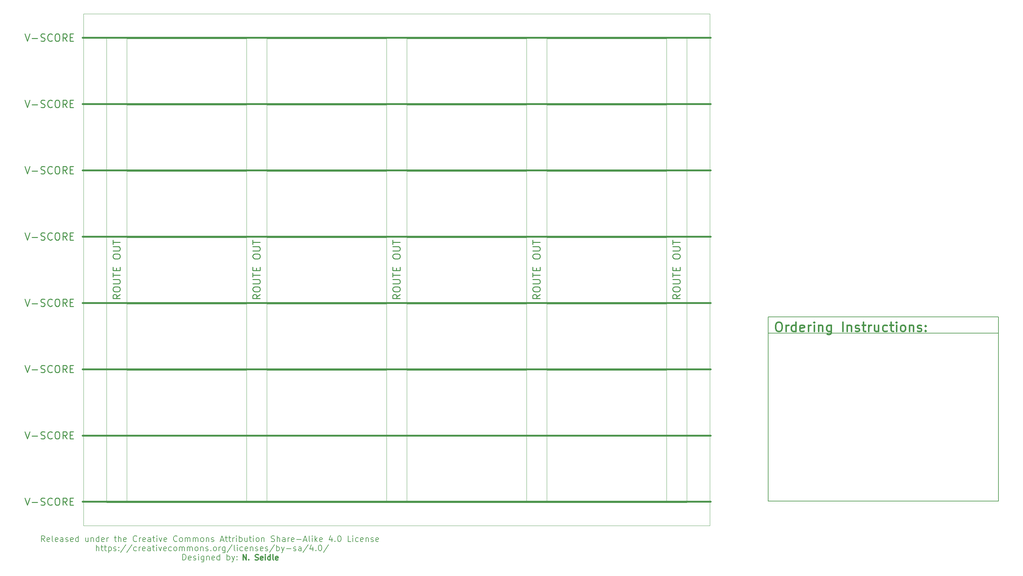
<source format=gko>
%TF.GenerationSoftware,KiCad,Pcbnew,7.0.6*%
%TF.CreationDate,2023-09-13T11:56:14-06:00*%
%TF.ProjectId,SparkFun_ESP32_Qwiic_Pro_Mini_panelized,53706172-6b46-4756-9e5f-45535033325f,rev?*%
%TF.SameCoordinates,Original*%
%TF.FileFunction,Soldermask,Bot*%
%TF.FilePolarity,Negative*%
%FSLAX46Y46*%
G04 Gerber Fmt 4.6, Leading zero omitted, Abs format (unit mm)*
G04 Created by KiCad (PCBNEW 7.0.6) date 2023-09-13 11:56:14*
%MOMM*%
%LPD*%
G01*
G04 APERTURE LIST*
%TA.AperFunction,Profile*%
%ADD10C,0.100000*%
%TD*%
%ADD11C,0.250000*%
%ADD12C,0.500000*%
%ADD13C,0.300000*%
%ADD14C,0.142240*%
%ADD15C,0.457200*%
%ADD16C,0.203200*%
%ADD17C,0.200000*%
G04 APERTURE END LIST*
D10*
X-5580000Y-500000D02*
X-5580000Y127960000D01*
X154400000Y-500000D02*
X-5580000Y-500000D01*
X154400000Y127960000D02*
X154400000Y-500000D01*
X-5580000Y127960000D02*
X154400000Y127960000D01*
X-11930000Y-6850000D02*
X-11930000Y134310000D01*
X160750000Y-6850000D02*
X-11930000Y-6850000D01*
X160750000Y134310000D02*
X160750000Y-6850000D01*
X-11930000Y134310000D02*
X160750000Y134310000D01*
X115800000Y127460000D02*
X148820000Y127460000D01*
X148820000Y109680000D01*
X115800000Y109680000D01*
X115800000Y127460000D01*
X115800000Y109180000D02*
X148820000Y109180000D01*
X148820000Y91400000D01*
X115800000Y91400000D01*
X115800000Y109180000D01*
X115800000Y90900000D02*
X148820000Y90900000D01*
X148820000Y73120000D01*
X115800000Y73120000D01*
X115800000Y90900000D01*
X115800000Y72620000D02*
X148820000Y72620000D01*
X148820000Y54840000D01*
X115800000Y54840000D01*
X115800000Y72620000D01*
X115800000Y54340000D02*
X148820000Y54340000D01*
X148820000Y36560000D01*
X115800000Y36560000D01*
X115800000Y54340000D01*
X115800000Y36060000D02*
X148820000Y36060000D01*
X148820000Y18280000D01*
X115800000Y18280000D01*
X115800000Y36060000D01*
X115800000Y17780000D02*
X148820000Y17780000D01*
X148820000Y0D01*
X115800000Y0D01*
X115800000Y17780000D01*
X77200000Y127460000D02*
X110220000Y127460000D01*
X110220000Y109680000D01*
X77200000Y109680000D01*
X77200000Y127460000D01*
X77200000Y109180000D02*
X110220000Y109180000D01*
X110220000Y91400000D01*
X77200000Y91400000D01*
X77200000Y109180000D01*
X77200000Y90900000D02*
X110220000Y90900000D01*
X110220000Y73120000D01*
X77200000Y73120000D01*
X77200000Y90900000D01*
X77200000Y72620000D02*
X110220000Y72620000D01*
X110220000Y54840000D01*
X77200000Y54840000D01*
X77200000Y72620000D01*
X77200000Y54340000D02*
X110220000Y54340000D01*
X110220000Y36560000D01*
X77200000Y36560000D01*
X77200000Y54340000D01*
X77200000Y36060000D02*
X110220000Y36060000D01*
X110220000Y18280000D01*
X77200000Y18280000D01*
X77200000Y36060000D01*
X77200000Y17780000D02*
X110220000Y17780000D01*
X110220000Y0D01*
X77200000Y0D01*
X77200000Y17780000D01*
X38600000Y127460000D02*
X71620000Y127460000D01*
X71620000Y109680000D01*
X38600000Y109680000D01*
X38600000Y127460000D01*
X38600000Y109180000D02*
X71620000Y109180000D01*
X71620000Y91400000D01*
X38600000Y91400000D01*
X38600000Y109180000D01*
X38600000Y90900000D02*
X71620000Y90900000D01*
X71620000Y73120000D01*
X38600000Y73120000D01*
X38600000Y90900000D01*
X38600000Y72620000D02*
X71620000Y72620000D01*
X71620000Y54840000D01*
X38600000Y54840000D01*
X38600000Y72620000D01*
X38600000Y54340000D02*
X71620000Y54340000D01*
X71620000Y36560000D01*
X38600000Y36560000D01*
X38600000Y54340000D01*
X38600000Y36060000D02*
X71620000Y36060000D01*
X71620000Y18280000D01*
X38600000Y18280000D01*
X38600000Y36060000D01*
X38600000Y17780000D02*
X71620000Y17780000D01*
X71620000Y0D01*
X38600000Y0D01*
X38600000Y17780000D01*
X0Y127460000D02*
X33020000Y127460000D01*
X33020000Y109680000D01*
X0Y109680000D01*
X0Y127460000D01*
X0Y109180000D02*
X33020000Y109180000D01*
X33020000Y91400000D01*
X0Y91400000D01*
X0Y109180000D01*
X0Y90900000D02*
X33020000Y90900000D01*
X33020000Y73120000D01*
X0Y73120000D01*
X0Y90900000D01*
X0Y72620000D02*
X33020000Y72620000D01*
X33020000Y54840000D01*
X0Y54840000D01*
X0Y72620000D01*
X0Y54340000D02*
X33020000Y54340000D01*
X33020000Y36560000D01*
X0Y36560000D01*
X0Y54340000D01*
X0Y36060000D02*
X33020000Y36060000D01*
X33020000Y18280000D01*
X0Y18280000D01*
X0Y36060000D01*
X0Y17780000D02*
X33020000Y17780000D01*
X33020000Y0D01*
X0Y0D01*
X0Y17780000D01*
D11*
X152522238Y56968095D02*
X151569857Y56301428D01*
X152522238Y55825238D02*
X150522238Y55825238D01*
X150522238Y55825238D02*
X150522238Y56587143D01*
X150522238Y56587143D02*
X150617476Y56777619D01*
X150617476Y56777619D02*
X150712714Y56872857D01*
X150712714Y56872857D02*
X150903190Y56968095D01*
X150903190Y56968095D02*
X151188904Y56968095D01*
X151188904Y56968095D02*
X151379380Y56872857D01*
X151379380Y56872857D02*
X151474619Y56777619D01*
X151474619Y56777619D02*
X151569857Y56587143D01*
X151569857Y56587143D02*
X151569857Y55825238D01*
X150522238Y58206190D02*
X150522238Y58587143D01*
X150522238Y58587143D02*
X150617476Y58777619D01*
X150617476Y58777619D02*
X150807952Y58968095D01*
X150807952Y58968095D02*
X151188904Y59063333D01*
X151188904Y59063333D02*
X151855571Y59063333D01*
X151855571Y59063333D02*
X152236523Y58968095D01*
X152236523Y58968095D02*
X152427000Y58777619D01*
X152427000Y58777619D02*
X152522238Y58587143D01*
X152522238Y58587143D02*
X152522238Y58206190D01*
X152522238Y58206190D02*
X152427000Y58015714D01*
X152427000Y58015714D02*
X152236523Y57825238D01*
X152236523Y57825238D02*
X151855571Y57730000D01*
X151855571Y57730000D02*
X151188904Y57730000D01*
X151188904Y57730000D02*
X150807952Y57825238D01*
X150807952Y57825238D02*
X150617476Y58015714D01*
X150617476Y58015714D02*
X150522238Y58206190D01*
X150522238Y59920476D02*
X152141285Y59920476D01*
X152141285Y59920476D02*
X152331761Y60015714D01*
X152331761Y60015714D02*
X152427000Y60110952D01*
X152427000Y60110952D02*
X152522238Y60301428D01*
X152522238Y60301428D02*
X152522238Y60682381D01*
X152522238Y60682381D02*
X152427000Y60872857D01*
X152427000Y60872857D02*
X152331761Y60968095D01*
X152331761Y60968095D02*
X152141285Y61063333D01*
X152141285Y61063333D02*
X150522238Y61063333D01*
X150522238Y61730000D02*
X150522238Y62872857D01*
X152522238Y62301428D02*
X150522238Y62301428D01*
X151474619Y63539524D02*
X151474619Y64206191D01*
X152522238Y64491905D02*
X152522238Y63539524D01*
X152522238Y63539524D02*
X150522238Y63539524D01*
X150522238Y63539524D02*
X150522238Y64491905D01*
X150522238Y67253810D02*
X150522238Y67634763D01*
X150522238Y67634763D02*
X150617476Y67825239D01*
X150617476Y67825239D02*
X150807952Y68015715D01*
X150807952Y68015715D02*
X151188904Y68110953D01*
X151188904Y68110953D02*
X151855571Y68110953D01*
X151855571Y68110953D02*
X152236523Y68015715D01*
X152236523Y68015715D02*
X152427000Y67825239D01*
X152427000Y67825239D02*
X152522238Y67634763D01*
X152522238Y67634763D02*
X152522238Y67253810D01*
X152522238Y67253810D02*
X152427000Y67063334D01*
X152427000Y67063334D02*
X152236523Y66872858D01*
X152236523Y66872858D02*
X151855571Y66777620D01*
X151855571Y66777620D02*
X151188904Y66777620D01*
X151188904Y66777620D02*
X150807952Y66872858D01*
X150807952Y66872858D02*
X150617476Y67063334D01*
X150617476Y67063334D02*
X150522238Y67253810D01*
X150522238Y68968096D02*
X152141285Y68968096D01*
X152141285Y68968096D02*
X152331761Y69063334D01*
X152331761Y69063334D02*
X152427000Y69158572D01*
X152427000Y69158572D02*
X152522238Y69349048D01*
X152522238Y69349048D02*
X152522238Y69730001D01*
X152522238Y69730001D02*
X152427000Y69920477D01*
X152427000Y69920477D02*
X152331761Y70015715D01*
X152331761Y70015715D02*
X152141285Y70110953D01*
X152141285Y70110953D02*
X150522238Y70110953D01*
X150522238Y70777620D02*
X150522238Y71920477D01*
X152522238Y71349048D02*
X150522238Y71349048D01*
X113922238Y56968095D02*
X112969857Y56301428D01*
X113922238Y55825238D02*
X111922238Y55825238D01*
X111922238Y55825238D02*
X111922238Y56587143D01*
X111922238Y56587143D02*
X112017476Y56777619D01*
X112017476Y56777619D02*
X112112714Y56872857D01*
X112112714Y56872857D02*
X112303190Y56968095D01*
X112303190Y56968095D02*
X112588904Y56968095D01*
X112588904Y56968095D02*
X112779380Y56872857D01*
X112779380Y56872857D02*
X112874619Y56777619D01*
X112874619Y56777619D02*
X112969857Y56587143D01*
X112969857Y56587143D02*
X112969857Y55825238D01*
X111922238Y58206190D02*
X111922238Y58587143D01*
X111922238Y58587143D02*
X112017476Y58777619D01*
X112017476Y58777619D02*
X112207952Y58968095D01*
X112207952Y58968095D02*
X112588904Y59063333D01*
X112588904Y59063333D02*
X113255571Y59063333D01*
X113255571Y59063333D02*
X113636523Y58968095D01*
X113636523Y58968095D02*
X113827000Y58777619D01*
X113827000Y58777619D02*
X113922238Y58587143D01*
X113922238Y58587143D02*
X113922238Y58206190D01*
X113922238Y58206190D02*
X113827000Y58015714D01*
X113827000Y58015714D02*
X113636523Y57825238D01*
X113636523Y57825238D02*
X113255571Y57730000D01*
X113255571Y57730000D02*
X112588904Y57730000D01*
X112588904Y57730000D02*
X112207952Y57825238D01*
X112207952Y57825238D02*
X112017476Y58015714D01*
X112017476Y58015714D02*
X111922238Y58206190D01*
X111922238Y59920476D02*
X113541285Y59920476D01*
X113541285Y59920476D02*
X113731761Y60015714D01*
X113731761Y60015714D02*
X113827000Y60110952D01*
X113827000Y60110952D02*
X113922238Y60301428D01*
X113922238Y60301428D02*
X113922238Y60682381D01*
X113922238Y60682381D02*
X113827000Y60872857D01*
X113827000Y60872857D02*
X113731761Y60968095D01*
X113731761Y60968095D02*
X113541285Y61063333D01*
X113541285Y61063333D02*
X111922238Y61063333D01*
X111922238Y61730000D02*
X111922238Y62872857D01*
X113922238Y62301428D02*
X111922238Y62301428D01*
X112874619Y63539524D02*
X112874619Y64206191D01*
X113922238Y64491905D02*
X113922238Y63539524D01*
X113922238Y63539524D02*
X111922238Y63539524D01*
X111922238Y63539524D02*
X111922238Y64491905D01*
X111922238Y67253810D02*
X111922238Y67634763D01*
X111922238Y67634763D02*
X112017476Y67825239D01*
X112017476Y67825239D02*
X112207952Y68015715D01*
X112207952Y68015715D02*
X112588904Y68110953D01*
X112588904Y68110953D02*
X113255571Y68110953D01*
X113255571Y68110953D02*
X113636523Y68015715D01*
X113636523Y68015715D02*
X113827000Y67825239D01*
X113827000Y67825239D02*
X113922238Y67634763D01*
X113922238Y67634763D02*
X113922238Y67253810D01*
X113922238Y67253810D02*
X113827000Y67063334D01*
X113827000Y67063334D02*
X113636523Y66872858D01*
X113636523Y66872858D02*
X113255571Y66777620D01*
X113255571Y66777620D02*
X112588904Y66777620D01*
X112588904Y66777620D02*
X112207952Y66872858D01*
X112207952Y66872858D02*
X112017476Y67063334D01*
X112017476Y67063334D02*
X111922238Y67253810D01*
X111922238Y68968096D02*
X113541285Y68968096D01*
X113541285Y68968096D02*
X113731761Y69063334D01*
X113731761Y69063334D02*
X113827000Y69158572D01*
X113827000Y69158572D02*
X113922238Y69349048D01*
X113922238Y69349048D02*
X113922238Y69730001D01*
X113922238Y69730001D02*
X113827000Y69920477D01*
X113827000Y69920477D02*
X113731761Y70015715D01*
X113731761Y70015715D02*
X113541285Y70110953D01*
X113541285Y70110953D02*
X111922238Y70110953D01*
X111922238Y70777620D02*
X111922238Y71920477D01*
X113922238Y71349048D02*
X111922238Y71349048D01*
X75322238Y56968095D02*
X74369857Y56301428D01*
X75322238Y55825238D02*
X73322238Y55825238D01*
X73322238Y55825238D02*
X73322238Y56587143D01*
X73322238Y56587143D02*
X73417476Y56777619D01*
X73417476Y56777619D02*
X73512714Y56872857D01*
X73512714Y56872857D02*
X73703190Y56968095D01*
X73703190Y56968095D02*
X73988904Y56968095D01*
X73988904Y56968095D02*
X74179380Y56872857D01*
X74179380Y56872857D02*
X74274619Y56777619D01*
X74274619Y56777619D02*
X74369857Y56587143D01*
X74369857Y56587143D02*
X74369857Y55825238D01*
X73322238Y58206190D02*
X73322238Y58587143D01*
X73322238Y58587143D02*
X73417476Y58777619D01*
X73417476Y58777619D02*
X73607952Y58968095D01*
X73607952Y58968095D02*
X73988904Y59063333D01*
X73988904Y59063333D02*
X74655571Y59063333D01*
X74655571Y59063333D02*
X75036523Y58968095D01*
X75036523Y58968095D02*
X75227000Y58777619D01*
X75227000Y58777619D02*
X75322238Y58587143D01*
X75322238Y58587143D02*
X75322238Y58206190D01*
X75322238Y58206190D02*
X75227000Y58015714D01*
X75227000Y58015714D02*
X75036523Y57825238D01*
X75036523Y57825238D02*
X74655571Y57730000D01*
X74655571Y57730000D02*
X73988904Y57730000D01*
X73988904Y57730000D02*
X73607952Y57825238D01*
X73607952Y57825238D02*
X73417476Y58015714D01*
X73417476Y58015714D02*
X73322238Y58206190D01*
X73322238Y59920476D02*
X74941285Y59920476D01*
X74941285Y59920476D02*
X75131761Y60015714D01*
X75131761Y60015714D02*
X75227000Y60110952D01*
X75227000Y60110952D02*
X75322238Y60301428D01*
X75322238Y60301428D02*
X75322238Y60682381D01*
X75322238Y60682381D02*
X75227000Y60872857D01*
X75227000Y60872857D02*
X75131761Y60968095D01*
X75131761Y60968095D02*
X74941285Y61063333D01*
X74941285Y61063333D02*
X73322238Y61063333D01*
X73322238Y61730000D02*
X73322238Y62872857D01*
X75322238Y62301428D02*
X73322238Y62301428D01*
X74274619Y63539524D02*
X74274619Y64206191D01*
X75322238Y64491905D02*
X75322238Y63539524D01*
X75322238Y63539524D02*
X73322238Y63539524D01*
X73322238Y63539524D02*
X73322238Y64491905D01*
X73322238Y67253810D02*
X73322238Y67634763D01*
X73322238Y67634763D02*
X73417476Y67825239D01*
X73417476Y67825239D02*
X73607952Y68015715D01*
X73607952Y68015715D02*
X73988904Y68110953D01*
X73988904Y68110953D02*
X74655571Y68110953D01*
X74655571Y68110953D02*
X75036523Y68015715D01*
X75036523Y68015715D02*
X75227000Y67825239D01*
X75227000Y67825239D02*
X75322238Y67634763D01*
X75322238Y67634763D02*
X75322238Y67253810D01*
X75322238Y67253810D02*
X75227000Y67063334D01*
X75227000Y67063334D02*
X75036523Y66872858D01*
X75036523Y66872858D02*
X74655571Y66777620D01*
X74655571Y66777620D02*
X73988904Y66777620D01*
X73988904Y66777620D02*
X73607952Y66872858D01*
X73607952Y66872858D02*
X73417476Y67063334D01*
X73417476Y67063334D02*
X73322238Y67253810D01*
X73322238Y68968096D02*
X74941285Y68968096D01*
X74941285Y68968096D02*
X75131761Y69063334D01*
X75131761Y69063334D02*
X75227000Y69158572D01*
X75227000Y69158572D02*
X75322238Y69349048D01*
X75322238Y69349048D02*
X75322238Y69730001D01*
X75322238Y69730001D02*
X75227000Y69920477D01*
X75227000Y69920477D02*
X75131761Y70015715D01*
X75131761Y70015715D02*
X74941285Y70110953D01*
X74941285Y70110953D02*
X73322238Y70110953D01*
X73322238Y70777620D02*
X73322238Y71920477D01*
X75322238Y71349048D02*
X73322238Y71349048D01*
X36722238Y56968095D02*
X35769857Y56301428D01*
X36722238Y55825238D02*
X34722238Y55825238D01*
X34722238Y55825238D02*
X34722238Y56587143D01*
X34722238Y56587143D02*
X34817476Y56777619D01*
X34817476Y56777619D02*
X34912714Y56872857D01*
X34912714Y56872857D02*
X35103190Y56968095D01*
X35103190Y56968095D02*
X35388904Y56968095D01*
X35388904Y56968095D02*
X35579380Y56872857D01*
X35579380Y56872857D02*
X35674619Y56777619D01*
X35674619Y56777619D02*
X35769857Y56587143D01*
X35769857Y56587143D02*
X35769857Y55825238D01*
X34722238Y58206190D02*
X34722238Y58587143D01*
X34722238Y58587143D02*
X34817476Y58777619D01*
X34817476Y58777619D02*
X35007952Y58968095D01*
X35007952Y58968095D02*
X35388904Y59063333D01*
X35388904Y59063333D02*
X36055571Y59063333D01*
X36055571Y59063333D02*
X36436523Y58968095D01*
X36436523Y58968095D02*
X36627000Y58777619D01*
X36627000Y58777619D02*
X36722238Y58587143D01*
X36722238Y58587143D02*
X36722238Y58206190D01*
X36722238Y58206190D02*
X36627000Y58015714D01*
X36627000Y58015714D02*
X36436523Y57825238D01*
X36436523Y57825238D02*
X36055571Y57730000D01*
X36055571Y57730000D02*
X35388904Y57730000D01*
X35388904Y57730000D02*
X35007952Y57825238D01*
X35007952Y57825238D02*
X34817476Y58015714D01*
X34817476Y58015714D02*
X34722238Y58206190D01*
X34722238Y59920476D02*
X36341285Y59920476D01*
X36341285Y59920476D02*
X36531761Y60015714D01*
X36531761Y60015714D02*
X36627000Y60110952D01*
X36627000Y60110952D02*
X36722238Y60301428D01*
X36722238Y60301428D02*
X36722238Y60682381D01*
X36722238Y60682381D02*
X36627000Y60872857D01*
X36627000Y60872857D02*
X36531761Y60968095D01*
X36531761Y60968095D02*
X36341285Y61063333D01*
X36341285Y61063333D02*
X34722238Y61063333D01*
X34722238Y61730000D02*
X34722238Y62872857D01*
X36722238Y62301428D02*
X34722238Y62301428D01*
X35674619Y63539524D02*
X35674619Y64206191D01*
X36722238Y64491905D02*
X36722238Y63539524D01*
X36722238Y63539524D02*
X34722238Y63539524D01*
X34722238Y63539524D02*
X34722238Y64491905D01*
X34722238Y67253810D02*
X34722238Y67634763D01*
X34722238Y67634763D02*
X34817476Y67825239D01*
X34817476Y67825239D02*
X35007952Y68015715D01*
X35007952Y68015715D02*
X35388904Y68110953D01*
X35388904Y68110953D02*
X36055571Y68110953D01*
X36055571Y68110953D02*
X36436523Y68015715D01*
X36436523Y68015715D02*
X36627000Y67825239D01*
X36627000Y67825239D02*
X36722238Y67634763D01*
X36722238Y67634763D02*
X36722238Y67253810D01*
X36722238Y67253810D02*
X36627000Y67063334D01*
X36627000Y67063334D02*
X36436523Y66872858D01*
X36436523Y66872858D02*
X36055571Y66777620D01*
X36055571Y66777620D02*
X35388904Y66777620D01*
X35388904Y66777620D02*
X35007952Y66872858D01*
X35007952Y66872858D02*
X34817476Y67063334D01*
X34817476Y67063334D02*
X34722238Y67253810D01*
X34722238Y68968096D02*
X36341285Y68968096D01*
X36341285Y68968096D02*
X36531761Y69063334D01*
X36531761Y69063334D02*
X36627000Y69158572D01*
X36627000Y69158572D02*
X36722238Y69349048D01*
X36722238Y69349048D02*
X36722238Y69730001D01*
X36722238Y69730001D02*
X36627000Y69920477D01*
X36627000Y69920477D02*
X36531761Y70015715D01*
X36531761Y70015715D02*
X36341285Y70110953D01*
X36341285Y70110953D02*
X34722238Y70110953D01*
X34722238Y70777620D02*
X34722238Y71920477D01*
X36722238Y71349048D02*
X34722238Y71349048D01*
X-1877762Y56968095D02*
X-2830143Y56301428D01*
X-1877762Y55825238D02*
X-3877762Y55825238D01*
X-3877762Y55825238D02*
X-3877762Y56587143D01*
X-3877762Y56587143D02*
X-3782524Y56777619D01*
X-3782524Y56777619D02*
X-3687286Y56872857D01*
X-3687286Y56872857D02*
X-3496810Y56968095D01*
X-3496810Y56968095D02*
X-3211096Y56968095D01*
X-3211096Y56968095D02*
X-3020620Y56872857D01*
X-3020620Y56872857D02*
X-2925381Y56777619D01*
X-2925381Y56777619D02*
X-2830143Y56587143D01*
X-2830143Y56587143D02*
X-2830143Y55825238D01*
X-3877762Y58206190D02*
X-3877762Y58587143D01*
X-3877762Y58587143D02*
X-3782524Y58777619D01*
X-3782524Y58777619D02*
X-3592048Y58968095D01*
X-3592048Y58968095D02*
X-3211096Y59063333D01*
X-3211096Y59063333D02*
X-2544429Y59063333D01*
X-2544429Y59063333D02*
X-2163477Y58968095D01*
X-2163477Y58968095D02*
X-1973000Y58777619D01*
X-1973000Y58777619D02*
X-1877762Y58587143D01*
X-1877762Y58587143D02*
X-1877762Y58206190D01*
X-1877762Y58206190D02*
X-1973000Y58015714D01*
X-1973000Y58015714D02*
X-2163477Y57825238D01*
X-2163477Y57825238D02*
X-2544429Y57730000D01*
X-2544429Y57730000D02*
X-3211096Y57730000D01*
X-3211096Y57730000D02*
X-3592048Y57825238D01*
X-3592048Y57825238D02*
X-3782524Y58015714D01*
X-3782524Y58015714D02*
X-3877762Y58206190D01*
X-3877762Y59920476D02*
X-2258715Y59920476D01*
X-2258715Y59920476D02*
X-2068239Y60015714D01*
X-2068239Y60015714D02*
X-1973000Y60110952D01*
X-1973000Y60110952D02*
X-1877762Y60301428D01*
X-1877762Y60301428D02*
X-1877762Y60682381D01*
X-1877762Y60682381D02*
X-1973000Y60872857D01*
X-1973000Y60872857D02*
X-2068239Y60968095D01*
X-2068239Y60968095D02*
X-2258715Y61063333D01*
X-2258715Y61063333D02*
X-3877762Y61063333D01*
X-3877762Y61730000D02*
X-3877762Y62872857D01*
X-1877762Y62301428D02*
X-3877762Y62301428D01*
X-2925381Y63539524D02*
X-2925381Y64206191D01*
X-1877762Y64491905D02*
X-1877762Y63539524D01*
X-1877762Y63539524D02*
X-3877762Y63539524D01*
X-3877762Y63539524D02*
X-3877762Y64491905D01*
X-3877762Y67253810D02*
X-3877762Y67634763D01*
X-3877762Y67634763D02*
X-3782524Y67825239D01*
X-3782524Y67825239D02*
X-3592048Y68015715D01*
X-3592048Y68015715D02*
X-3211096Y68110953D01*
X-3211096Y68110953D02*
X-2544429Y68110953D01*
X-2544429Y68110953D02*
X-2163477Y68015715D01*
X-2163477Y68015715D02*
X-1973000Y67825239D01*
X-1973000Y67825239D02*
X-1877762Y67634763D01*
X-1877762Y67634763D02*
X-1877762Y67253810D01*
X-1877762Y67253810D02*
X-1973000Y67063334D01*
X-1973000Y67063334D02*
X-2163477Y66872858D01*
X-2163477Y66872858D02*
X-2544429Y66777620D01*
X-2544429Y66777620D02*
X-3211096Y66777620D01*
X-3211096Y66777620D02*
X-3592048Y66872858D01*
X-3592048Y66872858D02*
X-3782524Y67063334D01*
X-3782524Y67063334D02*
X-3877762Y67253810D01*
X-3877762Y68968096D02*
X-2258715Y68968096D01*
X-2258715Y68968096D02*
X-2068239Y69063334D01*
X-2068239Y69063334D02*
X-1973000Y69158572D01*
X-1973000Y69158572D02*
X-1877762Y69349048D01*
X-1877762Y69349048D02*
X-1877762Y69730001D01*
X-1877762Y69730001D02*
X-1973000Y69920477D01*
X-1973000Y69920477D02*
X-2068239Y70015715D01*
X-2068239Y70015715D02*
X-2258715Y70110953D01*
X-2258715Y70110953D02*
X-3877762Y70110953D01*
X-3877762Y70777620D02*
X-3877762Y71920477D01*
X-1877762Y71349048D02*
X-3877762Y71349048D01*
X-28153997Y837762D02*
X-27487331Y-1162238D01*
X-27487331Y-1162238D02*
X-26820664Y837762D01*
X-26153997Y-400333D02*
X-24630187Y-400333D01*
X-23773045Y-1067000D02*
X-23487331Y-1162238D01*
X-23487331Y-1162238D02*
X-23011140Y-1162238D01*
X-23011140Y-1162238D02*
X-22820664Y-1067000D01*
X-22820664Y-1067000D02*
X-22725426Y-971761D01*
X-22725426Y-971761D02*
X-22630188Y-781285D01*
X-22630188Y-781285D02*
X-22630188Y-590809D01*
X-22630188Y-590809D02*
X-22725426Y-400333D01*
X-22725426Y-400333D02*
X-22820664Y-305095D01*
X-22820664Y-305095D02*
X-23011140Y-209857D01*
X-23011140Y-209857D02*
X-23392093Y-114619D01*
X-23392093Y-114619D02*
X-23582569Y-19380D01*
X-23582569Y-19380D02*
X-23677807Y75858D01*
X-23677807Y75858D02*
X-23773045Y266334D01*
X-23773045Y266334D02*
X-23773045Y456810D01*
X-23773045Y456810D02*
X-23677807Y647286D01*
X-23677807Y647286D02*
X-23582569Y742524D01*
X-23582569Y742524D02*
X-23392093Y837762D01*
X-23392093Y837762D02*
X-22915902Y837762D01*
X-22915902Y837762D02*
X-22630188Y742524D01*
X-20630188Y-971761D02*
X-20725426Y-1067000D01*
X-20725426Y-1067000D02*
X-21011140Y-1162238D01*
X-21011140Y-1162238D02*
X-21201616Y-1162238D01*
X-21201616Y-1162238D02*
X-21487331Y-1067000D01*
X-21487331Y-1067000D02*
X-21677807Y-876523D01*
X-21677807Y-876523D02*
X-21773045Y-686047D01*
X-21773045Y-686047D02*
X-21868283Y-305095D01*
X-21868283Y-305095D02*
X-21868283Y-19380D01*
X-21868283Y-19380D02*
X-21773045Y361572D01*
X-21773045Y361572D02*
X-21677807Y552048D01*
X-21677807Y552048D02*
X-21487331Y742524D01*
X-21487331Y742524D02*
X-21201616Y837762D01*
X-21201616Y837762D02*
X-21011140Y837762D01*
X-21011140Y837762D02*
X-20725426Y742524D01*
X-20725426Y742524D02*
X-20630188Y647286D01*
X-19392093Y837762D02*
X-19011140Y837762D01*
X-19011140Y837762D02*
X-18820664Y742524D01*
X-18820664Y742524D02*
X-18630188Y552048D01*
X-18630188Y552048D02*
X-18534950Y171096D01*
X-18534950Y171096D02*
X-18534950Y-495571D01*
X-18534950Y-495571D02*
X-18630188Y-876523D01*
X-18630188Y-876523D02*
X-18820664Y-1067000D01*
X-18820664Y-1067000D02*
X-19011140Y-1162238D01*
X-19011140Y-1162238D02*
X-19392093Y-1162238D01*
X-19392093Y-1162238D02*
X-19582569Y-1067000D01*
X-19582569Y-1067000D02*
X-19773045Y-876523D01*
X-19773045Y-876523D02*
X-19868283Y-495571D01*
X-19868283Y-495571D02*
X-19868283Y171096D01*
X-19868283Y171096D02*
X-19773045Y552048D01*
X-19773045Y552048D02*
X-19582569Y742524D01*
X-19582569Y742524D02*
X-19392093Y837762D01*
X-16534950Y-1162238D02*
X-17201617Y-209857D01*
X-17677807Y-1162238D02*
X-17677807Y837762D01*
X-17677807Y837762D02*
X-16915902Y837762D01*
X-16915902Y837762D02*
X-16725426Y742524D01*
X-16725426Y742524D02*
X-16630188Y647286D01*
X-16630188Y647286D02*
X-16534950Y456810D01*
X-16534950Y456810D02*
X-16534950Y171096D01*
X-16534950Y171096D02*
X-16630188Y-19380D01*
X-16630188Y-19380D02*
X-16725426Y-114619D01*
X-16725426Y-114619D02*
X-16915902Y-209857D01*
X-16915902Y-209857D02*
X-17677807Y-209857D01*
X-15677807Y-114619D02*
X-15011140Y-114619D01*
X-14725426Y-1162238D02*
X-15677807Y-1162238D01*
X-15677807Y-1162238D02*
X-15677807Y837762D01*
X-15677807Y837762D02*
X-14725426Y837762D01*
D12*
X-12180000Y-250000D02*
X161000000Y-250000D01*
D11*
X-28153997Y19117762D02*
X-27487331Y17117762D01*
X-27487331Y17117762D02*
X-26820664Y19117762D01*
X-26153997Y17879667D02*
X-24630187Y17879667D01*
X-23773045Y17213000D02*
X-23487331Y17117762D01*
X-23487331Y17117762D02*
X-23011140Y17117762D01*
X-23011140Y17117762D02*
X-22820664Y17213000D01*
X-22820664Y17213000D02*
X-22725426Y17308239D01*
X-22725426Y17308239D02*
X-22630188Y17498715D01*
X-22630188Y17498715D02*
X-22630188Y17689191D01*
X-22630188Y17689191D02*
X-22725426Y17879667D01*
X-22725426Y17879667D02*
X-22820664Y17974905D01*
X-22820664Y17974905D02*
X-23011140Y18070143D01*
X-23011140Y18070143D02*
X-23392093Y18165381D01*
X-23392093Y18165381D02*
X-23582569Y18260620D01*
X-23582569Y18260620D02*
X-23677807Y18355858D01*
X-23677807Y18355858D02*
X-23773045Y18546334D01*
X-23773045Y18546334D02*
X-23773045Y18736810D01*
X-23773045Y18736810D02*
X-23677807Y18927286D01*
X-23677807Y18927286D02*
X-23582569Y19022524D01*
X-23582569Y19022524D02*
X-23392093Y19117762D01*
X-23392093Y19117762D02*
X-22915902Y19117762D01*
X-22915902Y19117762D02*
X-22630188Y19022524D01*
X-20630188Y17308239D02*
X-20725426Y17213000D01*
X-20725426Y17213000D02*
X-21011140Y17117762D01*
X-21011140Y17117762D02*
X-21201616Y17117762D01*
X-21201616Y17117762D02*
X-21487331Y17213000D01*
X-21487331Y17213000D02*
X-21677807Y17403477D01*
X-21677807Y17403477D02*
X-21773045Y17593953D01*
X-21773045Y17593953D02*
X-21868283Y17974905D01*
X-21868283Y17974905D02*
X-21868283Y18260620D01*
X-21868283Y18260620D02*
X-21773045Y18641572D01*
X-21773045Y18641572D02*
X-21677807Y18832048D01*
X-21677807Y18832048D02*
X-21487331Y19022524D01*
X-21487331Y19022524D02*
X-21201616Y19117762D01*
X-21201616Y19117762D02*
X-21011140Y19117762D01*
X-21011140Y19117762D02*
X-20725426Y19022524D01*
X-20725426Y19022524D02*
X-20630188Y18927286D01*
X-19392093Y19117762D02*
X-19011140Y19117762D01*
X-19011140Y19117762D02*
X-18820664Y19022524D01*
X-18820664Y19022524D02*
X-18630188Y18832048D01*
X-18630188Y18832048D02*
X-18534950Y18451096D01*
X-18534950Y18451096D02*
X-18534950Y17784429D01*
X-18534950Y17784429D02*
X-18630188Y17403477D01*
X-18630188Y17403477D02*
X-18820664Y17213000D01*
X-18820664Y17213000D02*
X-19011140Y17117762D01*
X-19011140Y17117762D02*
X-19392093Y17117762D01*
X-19392093Y17117762D02*
X-19582569Y17213000D01*
X-19582569Y17213000D02*
X-19773045Y17403477D01*
X-19773045Y17403477D02*
X-19868283Y17784429D01*
X-19868283Y17784429D02*
X-19868283Y18451096D01*
X-19868283Y18451096D02*
X-19773045Y18832048D01*
X-19773045Y18832048D02*
X-19582569Y19022524D01*
X-19582569Y19022524D02*
X-19392093Y19117762D01*
X-16534950Y17117762D02*
X-17201617Y18070143D01*
X-17677807Y17117762D02*
X-17677807Y19117762D01*
X-17677807Y19117762D02*
X-16915902Y19117762D01*
X-16915902Y19117762D02*
X-16725426Y19022524D01*
X-16725426Y19022524D02*
X-16630188Y18927286D01*
X-16630188Y18927286D02*
X-16534950Y18736810D01*
X-16534950Y18736810D02*
X-16534950Y18451096D01*
X-16534950Y18451096D02*
X-16630188Y18260620D01*
X-16630188Y18260620D02*
X-16725426Y18165381D01*
X-16725426Y18165381D02*
X-16915902Y18070143D01*
X-16915902Y18070143D02*
X-17677807Y18070143D01*
X-15677807Y18165381D02*
X-15011140Y18165381D01*
X-14725426Y17117762D02*
X-15677807Y17117762D01*
X-15677807Y17117762D02*
X-15677807Y19117762D01*
X-15677807Y19117762D02*
X-14725426Y19117762D01*
D12*
X-12180000Y18030000D02*
X161000000Y18030000D01*
D11*
X-28153997Y37397762D02*
X-27487331Y35397762D01*
X-27487331Y35397762D02*
X-26820664Y37397762D01*
X-26153997Y36159667D02*
X-24630187Y36159667D01*
X-23773045Y35493000D02*
X-23487331Y35397762D01*
X-23487331Y35397762D02*
X-23011140Y35397762D01*
X-23011140Y35397762D02*
X-22820664Y35493000D01*
X-22820664Y35493000D02*
X-22725426Y35588239D01*
X-22725426Y35588239D02*
X-22630188Y35778715D01*
X-22630188Y35778715D02*
X-22630188Y35969191D01*
X-22630188Y35969191D02*
X-22725426Y36159667D01*
X-22725426Y36159667D02*
X-22820664Y36254905D01*
X-22820664Y36254905D02*
X-23011140Y36350143D01*
X-23011140Y36350143D02*
X-23392093Y36445381D01*
X-23392093Y36445381D02*
X-23582569Y36540620D01*
X-23582569Y36540620D02*
X-23677807Y36635858D01*
X-23677807Y36635858D02*
X-23773045Y36826334D01*
X-23773045Y36826334D02*
X-23773045Y37016810D01*
X-23773045Y37016810D02*
X-23677807Y37207286D01*
X-23677807Y37207286D02*
X-23582569Y37302524D01*
X-23582569Y37302524D02*
X-23392093Y37397762D01*
X-23392093Y37397762D02*
X-22915902Y37397762D01*
X-22915902Y37397762D02*
X-22630188Y37302524D01*
X-20630188Y35588239D02*
X-20725426Y35493000D01*
X-20725426Y35493000D02*
X-21011140Y35397762D01*
X-21011140Y35397762D02*
X-21201616Y35397762D01*
X-21201616Y35397762D02*
X-21487331Y35493000D01*
X-21487331Y35493000D02*
X-21677807Y35683477D01*
X-21677807Y35683477D02*
X-21773045Y35873953D01*
X-21773045Y35873953D02*
X-21868283Y36254905D01*
X-21868283Y36254905D02*
X-21868283Y36540620D01*
X-21868283Y36540620D02*
X-21773045Y36921572D01*
X-21773045Y36921572D02*
X-21677807Y37112048D01*
X-21677807Y37112048D02*
X-21487331Y37302524D01*
X-21487331Y37302524D02*
X-21201616Y37397762D01*
X-21201616Y37397762D02*
X-21011140Y37397762D01*
X-21011140Y37397762D02*
X-20725426Y37302524D01*
X-20725426Y37302524D02*
X-20630188Y37207286D01*
X-19392093Y37397762D02*
X-19011140Y37397762D01*
X-19011140Y37397762D02*
X-18820664Y37302524D01*
X-18820664Y37302524D02*
X-18630188Y37112048D01*
X-18630188Y37112048D02*
X-18534950Y36731096D01*
X-18534950Y36731096D02*
X-18534950Y36064429D01*
X-18534950Y36064429D02*
X-18630188Y35683477D01*
X-18630188Y35683477D02*
X-18820664Y35493000D01*
X-18820664Y35493000D02*
X-19011140Y35397762D01*
X-19011140Y35397762D02*
X-19392093Y35397762D01*
X-19392093Y35397762D02*
X-19582569Y35493000D01*
X-19582569Y35493000D02*
X-19773045Y35683477D01*
X-19773045Y35683477D02*
X-19868283Y36064429D01*
X-19868283Y36064429D02*
X-19868283Y36731096D01*
X-19868283Y36731096D02*
X-19773045Y37112048D01*
X-19773045Y37112048D02*
X-19582569Y37302524D01*
X-19582569Y37302524D02*
X-19392093Y37397762D01*
X-16534950Y35397762D02*
X-17201617Y36350143D01*
X-17677807Y35397762D02*
X-17677807Y37397762D01*
X-17677807Y37397762D02*
X-16915902Y37397762D01*
X-16915902Y37397762D02*
X-16725426Y37302524D01*
X-16725426Y37302524D02*
X-16630188Y37207286D01*
X-16630188Y37207286D02*
X-16534950Y37016810D01*
X-16534950Y37016810D02*
X-16534950Y36731096D01*
X-16534950Y36731096D02*
X-16630188Y36540620D01*
X-16630188Y36540620D02*
X-16725426Y36445381D01*
X-16725426Y36445381D02*
X-16915902Y36350143D01*
X-16915902Y36350143D02*
X-17677807Y36350143D01*
X-15677807Y36445381D02*
X-15011140Y36445381D01*
X-14725426Y35397762D02*
X-15677807Y35397762D01*
X-15677807Y35397762D02*
X-15677807Y37397762D01*
X-15677807Y37397762D02*
X-14725426Y37397762D01*
D12*
X-12180000Y36310000D02*
X161000000Y36310000D01*
D11*
X-28153997Y55677762D02*
X-27487331Y53677762D01*
X-27487331Y53677762D02*
X-26820664Y55677762D01*
X-26153997Y54439667D02*
X-24630187Y54439667D01*
X-23773045Y53773000D02*
X-23487331Y53677762D01*
X-23487331Y53677762D02*
X-23011140Y53677762D01*
X-23011140Y53677762D02*
X-22820664Y53773000D01*
X-22820664Y53773000D02*
X-22725426Y53868239D01*
X-22725426Y53868239D02*
X-22630188Y54058715D01*
X-22630188Y54058715D02*
X-22630188Y54249191D01*
X-22630188Y54249191D02*
X-22725426Y54439667D01*
X-22725426Y54439667D02*
X-22820664Y54534905D01*
X-22820664Y54534905D02*
X-23011140Y54630143D01*
X-23011140Y54630143D02*
X-23392093Y54725381D01*
X-23392093Y54725381D02*
X-23582569Y54820620D01*
X-23582569Y54820620D02*
X-23677807Y54915858D01*
X-23677807Y54915858D02*
X-23773045Y55106334D01*
X-23773045Y55106334D02*
X-23773045Y55296810D01*
X-23773045Y55296810D02*
X-23677807Y55487286D01*
X-23677807Y55487286D02*
X-23582569Y55582524D01*
X-23582569Y55582524D02*
X-23392093Y55677762D01*
X-23392093Y55677762D02*
X-22915902Y55677762D01*
X-22915902Y55677762D02*
X-22630188Y55582524D01*
X-20630188Y53868239D02*
X-20725426Y53773000D01*
X-20725426Y53773000D02*
X-21011140Y53677762D01*
X-21011140Y53677762D02*
X-21201616Y53677762D01*
X-21201616Y53677762D02*
X-21487331Y53773000D01*
X-21487331Y53773000D02*
X-21677807Y53963477D01*
X-21677807Y53963477D02*
X-21773045Y54153953D01*
X-21773045Y54153953D02*
X-21868283Y54534905D01*
X-21868283Y54534905D02*
X-21868283Y54820620D01*
X-21868283Y54820620D02*
X-21773045Y55201572D01*
X-21773045Y55201572D02*
X-21677807Y55392048D01*
X-21677807Y55392048D02*
X-21487331Y55582524D01*
X-21487331Y55582524D02*
X-21201616Y55677762D01*
X-21201616Y55677762D02*
X-21011140Y55677762D01*
X-21011140Y55677762D02*
X-20725426Y55582524D01*
X-20725426Y55582524D02*
X-20630188Y55487286D01*
X-19392093Y55677762D02*
X-19011140Y55677762D01*
X-19011140Y55677762D02*
X-18820664Y55582524D01*
X-18820664Y55582524D02*
X-18630188Y55392048D01*
X-18630188Y55392048D02*
X-18534950Y55011096D01*
X-18534950Y55011096D02*
X-18534950Y54344429D01*
X-18534950Y54344429D02*
X-18630188Y53963477D01*
X-18630188Y53963477D02*
X-18820664Y53773000D01*
X-18820664Y53773000D02*
X-19011140Y53677762D01*
X-19011140Y53677762D02*
X-19392093Y53677762D01*
X-19392093Y53677762D02*
X-19582569Y53773000D01*
X-19582569Y53773000D02*
X-19773045Y53963477D01*
X-19773045Y53963477D02*
X-19868283Y54344429D01*
X-19868283Y54344429D02*
X-19868283Y55011096D01*
X-19868283Y55011096D02*
X-19773045Y55392048D01*
X-19773045Y55392048D02*
X-19582569Y55582524D01*
X-19582569Y55582524D02*
X-19392093Y55677762D01*
X-16534950Y53677762D02*
X-17201617Y54630143D01*
X-17677807Y53677762D02*
X-17677807Y55677762D01*
X-17677807Y55677762D02*
X-16915902Y55677762D01*
X-16915902Y55677762D02*
X-16725426Y55582524D01*
X-16725426Y55582524D02*
X-16630188Y55487286D01*
X-16630188Y55487286D02*
X-16534950Y55296810D01*
X-16534950Y55296810D02*
X-16534950Y55011096D01*
X-16534950Y55011096D02*
X-16630188Y54820620D01*
X-16630188Y54820620D02*
X-16725426Y54725381D01*
X-16725426Y54725381D02*
X-16915902Y54630143D01*
X-16915902Y54630143D02*
X-17677807Y54630143D01*
X-15677807Y54725381D02*
X-15011140Y54725381D01*
X-14725426Y53677762D02*
X-15677807Y53677762D01*
X-15677807Y53677762D02*
X-15677807Y55677762D01*
X-15677807Y55677762D02*
X-14725426Y55677762D01*
D12*
X-12180000Y54590000D02*
X161000000Y54590000D01*
D11*
X-28153997Y73957762D02*
X-27487331Y71957762D01*
X-27487331Y71957762D02*
X-26820664Y73957762D01*
X-26153997Y72719667D02*
X-24630187Y72719667D01*
X-23773045Y72053000D02*
X-23487331Y71957762D01*
X-23487331Y71957762D02*
X-23011140Y71957762D01*
X-23011140Y71957762D02*
X-22820664Y72053000D01*
X-22820664Y72053000D02*
X-22725426Y72148239D01*
X-22725426Y72148239D02*
X-22630188Y72338715D01*
X-22630188Y72338715D02*
X-22630188Y72529191D01*
X-22630188Y72529191D02*
X-22725426Y72719667D01*
X-22725426Y72719667D02*
X-22820664Y72814905D01*
X-22820664Y72814905D02*
X-23011140Y72910143D01*
X-23011140Y72910143D02*
X-23392093Y73005381D01*
X-23392093Y73005381D02*
X-23582569Y73100620D01*
X-23582569Y73100620D02*
X-23677807Y73195858D01*
X-23677807Y73195858D02*
X-23773045Y73386334D01*
X-23773045Y73386334D02*
X-23773045Y73576810D01*
X-23773045Y73576810D02*
X-23677807Y73767286D01*
X-23677807Y73767286D02*
X-23582569Y73862524D01*
X-23582569Y73862524D02*
X-23392093Y73957762D01*
X-23392093Y73957762D02*
X-22915902Y73957762D01*
X-22915902Y73957762D02*
X-22630188Y73862524D01*
X-20630188Y72148239D02*
X-20725426Y72053000D01*
X-20725426Y72053000D02*
X-21011140Y71957762D01*
X-21011140Y71957762D02*
X-21201616Y71957762D01*
X-21201616Y71957762D02*
X-21487331Y72053000D01*
X-21487331Y72053000D02*
X-21677807Y72243477D01*
X-21677807Y72243477D02*
X-21773045Y72433953D01*
X-21773045Y72433953D02*
X-21868283Y72814905D01*
X-21868283Y72814905D02*
X-21868283Y73100620D01*
X-21868283Y73100620D02*
X-21773045Y73481572D01*
X-21773045Y73481572D02*
X-21677807Y73672048D01*
X-21677807Y73672048D02*
X-21487331Y73862524D01*
X-21487331Y73862524D02*
X-21201616Y73957762D01*
X-21201616Y73957762D02*
X-21011140Y73957762D01*
X-21011140Y73957762D02*
X-20725426Y73862524D01*
X-20725426Y73862524D02*
X-20630188Y73767286D01*
X-19392093Y73957762D02*
X-19011140Y73957762D01*
X-19011140Y73957762D02*
X-18820664Y73862524D01*
X-18820664Y73862524D02*
X-18630188Y73672048D01*
X-18630188Y73672048D02*
X-18534950Y73291096D01*
X-18534950Y73291096D02*
X-18534950Y72624429D01*
X-18534950Y72624429D02*
X-18630188Y72243477D01*
X-18630188Y72243477D02*
X-18820664Y72053000D01*
X-18820664Y72053000D02*
X-19011140Y71957762D01*
X-19011140Y71957762D02*
X-19392093Y71957762D01*
X-19392093Y71957762D02*
X-19582569Y72053000D01*
X-19582569Y72053000D02*
X-19773045Y72243477D01*
X-19773045Y72243477D02*
X-19868283Y72624429D01*
X-19868283Y72624429D02*
X-19868283Y73291096D01*
X-19868283Y73291096D02*
X-19773045Y73672048D01*
X-19773045Y73672048D02*
X-19582569Y73862524D01*
X-19582569Y73862524D02*
X-19392093Y73957762D01*
X-16534950Y71957762D02*
X-17201617Y72910143D01*
X-17677807Y71957762D02*
X-17677807Y73957762D01*
X-17677807Y73957762D02*
X-16915902Y73957762D01*
X-16915902Y73957762D02*
X-16725426Y73862524D01*
X-16725426Y73862524D02*
X-16630188Y73767286D01*
X-16630188Y73767286D02*
X-16534950Y73576810D01*
X-16534950Y73576810D02*
X-16534950Y73291096D01*
X-16534950Y73291096D02*
X-16630188Y73100620D01*
X-16630188Y73100620D02*
X-16725426Y73005381D01*
X-16725426Y73005381D02*
X-16915902Y72910143D01*
X-16915902Y72910143D02*
X-17677807Y72910143D01*
X-15677807Y73005381D02*
X-15011140Y73005381D01*
X-14725426Y71957762D02*
X-15677807Y71957762D01*
X-15677807Y71957762D02*
X-15677807Y73957762D01*
X-15677807Y73957762D02*
X-14725426Y73957762D01*
D12*
X-12180000Y72870000D02*
X161000000Y72870000D01*
D11*
X-28153997Y92237762D02*
X-27487331Y90237762D01*
X-27487331Y90237762D02*
X-26820664Y92237762D01*
X-26153997Y90999667D02*
X-24630187Y90999667D01*
X-23773045Y90333000D02*
X-23487331Y90237762D01*
X-23487331Y90237762D02*
X-23011140Y90237762D01*
X-23011140Y90237762D02*
X-22820664Y90333000D01*
X-22820664Y90333000D02*
X-22725426Y90428239D01*
X-22725426Y90428239D02*
X-22630188Y90618715D01*
X-22630188Y90618715D02*
X-22630188Y90809191D01*
X-22630188Y90809191D02*
X-22725426Y90999667D01*
X-22725426Y90999667D02*
X-22820664Y91094905D01*
X-22820664Y91094905D02*
X-23011140Y91190143D01*
X-23011140Y91190143D02*
X-23392093Y91285381D01*
X-23392093Y91285381D02*
X-23582569Y91380620D01*
X-23582569Y91380620D02*
X-23677807Y91475858D01*
X-23677807Y91475858D02*
X-23773045Y91666334D01*
X-23773045Y91666334D02*
X-23773045Y91856810D01*
X-23773045Y91856810D02*
X-23677807Y92047286D01*
X-23677807Y92047286D02*
X-23582569Y92142524D01*
X-23582569Y92142524D02*
X-23392093Y92237762D01*
X-23392093Y92237762D02*
X-22915902Y92237762D01*
X-22915902Y92237762D02*
X-22630188Y92142524D01*
X-20630188Y90428239D02*
X-20725426Y90333000D01*
X-20725426Y90333000D02*
X-21011140Y90237762D01*
X-21011140Y90237762D02*
X-21201616Y90237762D01*
X-21201616Y90237762D02*
X-21487331Y90333000D01*
X-21487331Y90333000D02*
X-21677807Y90523477D01*
X-21677807Y90523477D02*
X-21773045Y90713953D01*
X-21773045Y90713953D02*
X-21868283Y91094905D01*
X-21868283Y91094905D02*
X-21868283Y91380620D01*
X-21868283Y91380620D02*
X-21773045Y91761572D01*
X-21773045Y91761572D02*
X-21677807Y91952048D01*
X-21677807Y91952048D02*
X-21487331Y92142524D01*
X-21487331Y92142524D02*
X-21201616Y92237762D01*
X-21201616Y92237762D02*
X-21011140Y92237762D01*
X-21011140Y92237762D02*
X-20725426Y92142524D01*
X-20725426Y92142524D02*
X-20630188Y92047286D01*
X-19392093Y92237762D02*
X-19011140Y92237762D01*
X-19011140Y92237762D02*
X-18820664Y92142524D01*
X-18820664Y92142524D02*
X-18630188Y91952048D01*
X-18630188Y91952048D02*
X-18534950Y91571096D01*
X-18534950Y91571096D02*
X-18534950Y90904429D01*
X-18534950Y90904429D02*
X-18630188Y90523477D01*
X-18630188Y90523477D02*
X-18820664Y90333000D01*
X-18820664Y90333000D02*
X-19011140Y90237762D01*
X-19011140Y90237762D02*
X-19392093Y90237762D01*
X-19392093Y90237762D02*
X-19582569Y90333000D01*
X-19582569Y90333000D02*
X-19773045Y90523477D01*
X-19773045Y90523477D02*
X-19868283Y90904429D01*
X-19868283Y90904429D02*
X-19868283Y91571096D01*
X-19868283Y91571096D02*
X-19773045Y91952048D01*
X-19773045Y91952048D02*
X-19582569Y92142524D01*
X-19582569Y92142524D02*
X-19392093Y92237762D01*
X-16534950Y90237762D02*
X-17201617Y91190143D01*
X-17677807Y90237762D02*
X-17677807Y92237762D01*
X-17677807Y92237762D02*
X-16915902Y92237762D01*
X-16915902Y92237762D02*
X-16725426Y92142524D01*
X-16725426Y92142524D02*
X-16630188Y92047286D01*
X-16630188Y92047286D02*
X-16534950Y91856810D01*
X-16534950Y91856810D02*
X-16534950Y91571096D01*
X-16534950Y91571096D02*
X-16630188Y91380620D01*
X-16630188Y91380620D02*
X-16725426Y91285381D01*
X-16725426Y91285381D02*
X-16915902Y91190143D01*
X-16915902Y91190143D02*
X-17677807Y91190143D01*
X-15677807Y91285381D02*
X-15011140Y91285381D01*
X-14725426Y90237762D02*
X-15677807Y90237762D01*
X-15677807Y90237762D02*
X-15677807Y92237762D01*
X-15677807Y92237762D02*
X-14725426Y92237762D01*
D12*
X-12180000Y91150000D02*
X161000000Y91150000D01*
D11*
X-28153997Y110517762D02*
X-27487331Y108517762D01*
X-27487331Y108517762D02*
X-26820664Y110517762D01*
X-26153997Y109279667D02*
X-24630187Y109279667D01*
X-23773045Y108613000D02*
X-23487331Y108517762D01*
X-23487331Y108517762D02*
X-23011140Y108517762D01*
X-23011140Y108517762D02*
X-22820664Y108613000D01*
X-22820664Y108613000D02*
X-22725426Y108708239D01*
X-22725426Y108708239D02*
X-22630188Y108898715D01*
X-22630188Y108898715D02*
X-22630188Y109089191D01*
X-22630188Y109089191D02*
X-22725426Y109279667D01*
X-22725426Y109279667D02*
X-22820664Y109374905D01*
X-22820664Y109374905D02*
X-23011140Y109470143D01*
X-23011140Y109470143D02*
X-23392093Y109565381D01*
X-23392093Y109565381D02*
X-23582569Y109660620D01*
X-23582569Y109660620D02*
X-23677807Y109755858D01*
X-23677807Y109755858D02*
X-23773045Y109946334D01*
X-23773045Y109946334D02*
X-23773045Y110136810D01*
X-23773045Y110136810D02*
X-23677807Y110327286D01*
X-23677807Y110327286D02*
X-23582569Y110422524D01*
X-23582569Y110422524D02*
X-23392093Y110517762D01*
X-23392093Y110517762D02*
X-22915902Y110517762D01*
X-22915902Y110517762D02*
X-22630188Y110422524D01*
X-20630188Y108708239D02*
X-20725426Y108613000D01*
X-20725426Y108613000D02*
X-21011140Y108517762D01*
X-21011140Y108517762D02*
X-21201616Y108517762D01*
X-21201616Y108517762D02*
X-21487331Y108613000D01*
X-21487331Y108613000D02*
X-21677807Y108803477D01*
X-21677807Y108803477D02*
X-21773045Y108993953D01*
X-21773045Y108993953D02*
X-21868283Y109374905D01*
X-21868283Y109374905D02*
X-21868283Y109660620D01*
X-21868283Y109660620D02*
X-21773045Y110041572D01*
X-21773045Y110041572D02*
X-21677807Y110232048D01*
X-21677807Y110232048D02*
X-21487331Y110422524D01*
X-21487331Y110422524D02*
X-21201616Y110517762D01*
X-21201616Y110517762D02*
X-21011140Y110517762D01*
X-21011140Y110517762D02*
X-20725426Y110422524D01*
X-20725426Y110422524D02*
X-20630188Y110327286D01*
X-19392093Y110517762D02*
X-19011140Y110517762D01*
X-19011140Y110517762D02*
X-18820664Y110422524D01*
X-18820664Y110422524D02*
X-18630188Y110232048D01*
X-18630188Y110232048D02*
X-18534950Y109851096D01*
X-18534950Y109851096D02*
X-18534950Y109184429D01*
X-18534950Y109184429D02*
X-18630188Y108803477D01*
X-18630188Y108803477D02*
X-18820664Y108613000D01*
X-18820664Y108613000D02*
X-19011140Y108517762D01*
X-19011140Y108517762D02*
X-19392093Y108517762D01*
X-19392093Y108517762D02*
X-19582569Y108613000D01*
X-19582569Y108613000D02*
X-19773045Y108803477D01*
X-19773045Y108803477D02*
X-19868283Y109184429D01*
X-19868283Y109184429D02*
X-19868283Y109851096D01*
X-19868283Y109851096D02*
X-19773045Y110232048D01*
X-19773045Y110232048D02*
X-19582569Y110422524D01*
X-19582569Y110422524D02*
X-19392093Y110517762D01*
X-16534950Y108517762D02*
X-17201617Y109470143D01*
X-17677807Y108517762D02*
X-17677807Y110517762D01*
X-17677807Y110517762D02*
X-16915902Y110517762D01*
X-16915902Y110517762D02*
X-16725426Y110422524D01*
X-16725426Y110422524D02*
X-16630188Y110327286D01*
X-16630188Y110327286D02*
X-16534950Y110136810D01*
X-16534950Y110136810D02*
X-16534950Y109851096D01*
X-16534950Y109851096D02*
X-16630188Y109660620D01*
X-16630188Y109660620D02*
X-16725426Y109565381D01*
X-16725426Y109565381D02*
X-16915902Y109470143D01*
X-16915902Y109470143D02*
X-17677807Y109470143D01*
X-15677807Y109565381D02*
X-15011140Y109565381D01*
X-14725426Y108517762D02*
X-15677807Y108517762D01*
X-15677807Y108517762D02*
X-15677807Y110517762D01*
X-15677807Y110517762D02*
X-14725426Y110517762D01*
D12*
X-12180000Y109430000D02*
X161000000Y109430000D01*
D11*
X-28153997Y128797762D02*
X-27487331Y126797762D01*
X-27487331Y126797762D02*
X-26820664Y128797762D01*
X-26153997Y127559667D02*
X-24630187Y127559667D01*
X-23773045Y126893000D02*
X-23487331Y126797762D01*
X-23487331Y126797762D02*
X-23011140Y126797762D01*
X-23011140Y126797762D02*
X-22820664Y126893000D01*
X-22820664Y126893000D02*
X-22725426Y126988239D01*
X-22725426Y126988239D02*
X-22630188Y127178715D01*
X-22630188Y127178715D02*
X-22630188Y127369191D01*
X-22630188Y127369191D02*
X-22725426Y127559667D01*
X-22725426Y127559667D02*
X-22820664Y127654905D01*
X-22820664Y127654905D02*
X-23011140Y127750143D01*
X-23011140Y127750143D02*
X-23392093Y127845381D01*
X-23392093Y127845381D02*
X-23582569Y127940620D01*
X-23582569Y127940620D02*
X-23677807Y128035858D01*
X-23677807Y128035858D02*
X-23773045Y128226334D01*
X-23773045Y128226334D02*
X-23773045Y128416810D01*
X-23773045Y128416810D02*
X-23677807Y128607286D01*
X-23677807Y128607286D02*
X-23582569Y128702524D01*
X-23582569Y128702524D02*
X-23392093Y128797762D01*
X-23392093Y128797762D02*
X-22915902Y128797762D01*
X-22915902Y128797762D02*
X-22630188Y128702524D01*
X-20630188Y126988239D02*
X-20725426Y126893000D01*
X-20725426Y126893000D02*
X-21011140Y126797762D01*
X-21011140Y126797762D02*
X-21201616Y126797762D01*
X-21201616Y126797762D02*
X-21487331Y126893000D01*
X-21487331Y126893000D02*
X-21677807Y127083477D01*
X-21677807Y127083477D02*
X-21773045Y127273953D01*
X-21773045Y127273953D02*
X-21868283Y127654905D01*
X-21868283Y127654905D02*
X-21868283Y127940620D01*
X-21868283Y127940620D02*
X-21773045Y128321572D01*
X-21773045Y128321572D02*
X-21677807Y128512048D01*
X-21677807Y128512048D02*
X-21487331Y128702524D01*
X-21487331Y128702524D02*
X-21201616Y128797762D01*
X-21201616Y128797762D02*
X-21011140Y128797762D01*
X-21011140Y128797762D02*
X-20725426Y128702524D01*
X-20725426Y128702524D02*
X-20630188Y128607286D01*
X-19392093Y128797762D02*
X-19011140Y128797762D01*
X-19011140Y128797762D02*
X-18820664Y128702524D01*
X-18820664Y128702524D02*
X-18630188Y128512048D01*
X-18630188Y128512048D02*
X-18534950Y128131096D01*
X-18534950Y128131096D02*
X-18534950Y127464429D01*
X-18534950Y127464429D02*
X-18630188Y127083477D01*
X-18630188Y127083477D02*
X-18820664Y126893000D01*
X-18820664Y126893000D02*
X-19011140Y126797762D01*
X-19011140Y126797762D02*
X-19392093Y126797762D01*
X-19392093Y126797762D02*
X-19582569Y126893000D01*
X-19582569Y126893000D02*
X-19773045Y127083477D01*
X-19773045Y127083477D02*
X-19868283Y127464429D01*
X-19868283Y127464429D02*
X-19868283Y128131096D01*
X-19868283Y128131096D02*
X-19773045Y128512048D01*
X-19773045Y128512048D02*
X-19582569Y128702524D01*
X-19582569Y128702524D02*
X-19392093Y128797762D01*
X-16534950Y126797762D02*
X-17201617Y127750143D01*
X-17677807Y126797762D02*
X-17677807Y128797762D01*
X-17677807Y128797762D02*
X-16915902Y128797762D01*
X-16915902Y128797762D02*
X-16725426Y128702524D01*
X-16725426Y128702524D02*
X-16630188Y128607286D01*
X-16630188Y128607286D02*
X-16534950Y128416810D01*
X-16534950Y128416810D02*
X-16534950Y128131096D01*
X-16534950Y128131096D02*
X-16630188Y127940620D01*
X-16630188Y127940620D02*
X-16725426Y127845381D01*
X-16725426Y127845381D02*
X-16915902Y127750143D01*
X-16915902Y127750143D02*
X-17677807Y127750143D01*
X-15677807Y127845381D02*
X-15011140Y127845381D01*
X-14725426Y126797762D02*
X-15677807Y126797762D01*
X-15677807Y126797762D02*
X-15677807Y128797762D01*
X-15677807Y128797762D02*
X-14725426Y128797762D01*
D12*
X-12180000Y127710000D02*
X161000000Y127710000D01*
D13*
X32044285Y-16310828D02*
X32044285Y-14810828D01*
X32044285Y-14810828D02*
X32901428Y-16310828D01*
X32901428Y-16310828D02*
X32901428Y-14810828D01*
X33615714Y-16167971D02*
X33687143Y-16239400D01*
X33687143Y-16239400D02*
X33615714Y-16310828D01*
X33615714Y-16310828D02*
X33544286Y-16239400D01*
X33544286Y-16239400D02*
X33615714Y-16167971D01*
X33615714Y-16167971D02*
X33615714Y-16310828D01*
X35401429Y-16239400D02*
X35615715Y-16310828D01*
X35615715Y-16310828D02*
X35972857Y-16310828D01*
X35972857Y-16310828D02*
X36115715Y-16239400D01*
X36115715Y-16239400D02*
X36187143Y-16167971D01*
X36187143Y-16167971D02*
X36258572Y-16025114D01*
X36258572Y-16025114D02*
X36258572Y-15882257D01*
X36258572Y-15882257D02*
X36187143Y-15739400D01*
X36187143Y-15739400D02*
X36115715Y-15667971D01*
X36115715Y-15667971D02*
X35972857Y-15596542D01*
X35972857Y-15596542D02*
X35687143Y-15525114D01*
X35687143Y-15525114D02*
X35544286Y-15453685D01*
X35544286Y-15453685D02*
X35472857Y-15382257D01*
X35472857Y-15382257D02*
X35401429Y-15239400D01*
X35401429Y-15239400D02*
X35401429Y-15096542D01*
X35401429Y-15096542D02*
X35472857Y-14953685D01*
X35472857Y-14953685D02*
X35544286Y-14882257D01*
X35544286Y-14882257D02*
X35687143Y-14810828D01*
X35687143Y-14810828D02*
X36044286Y-14810828D01*
X36044286Y-14810828D02*
X36258572Y-14882257D01*
X37472857Y-16239400D02*
X37330000Y-16310828D01*
X37330000Y-16310828D02*
X37044286Y-16310828D01*
X37044286Y-16310828D02*
X36901428Y-16239400D01*
X36901428Y-16239400D02*
X36830000Y-16096542D01*
X36830000Y-16096542D02*
X36830000Y-15525114D01*
X36830000Y-15525114D02*
X36901428Y-15382257D01*
X36901428Y-15382257D02*
X37044286Y-15310828D01*
X37044286Y-15310828D02*
X37330000Y-15310828D01*
X37330000Y-15310828D02*
X37472857Y-15382257D01*
X37472857Y-15382257D02*
X37544286Y-15525114D01*
X37544286Y-15525114D02*
X37544286Y-15667971D01*
X37544286Y-15667971D02*
X36830000Y-15810828D01*
X38187142Y-16310828D02*
X38187142Y-15310828D01*
X38187142Y-14810828D02*
X38115714Y-14882257D01*
X38115714Y-14882257D02*
X38187142Y-14953685D01*
X38187142Y-14953685D02*
X38258571Y-14882257D01*
X38258571Y-14882257D02*
X38187142Y-14810828D01*
X38187142Y-14810828D02*
X38187142Y-14953685D01*
X39544286Y-16310828D02*
X39544286Y-14810828D01*
X39544286Y-16239400D02*
X39401428Y-16310828D01*
X39401428Y-16310828D02*
X39115714Y-16310828D01*
X39115714Y-16310828D02*
X38972857Y-16239400D01*
X38972857Y-16239400D02*
X38901428Y-16167971D01*
X38901428Y-16167971D02*
X38830000Y-16025114D01*
X38830000Y-16025114D02*
X38830000Y-15596542D01*
X38830000Y-15596542D02*
X38901428Y-15453685D01*
X38901428Y-15453685D02*
X38972857Y-15382257D01*
X38972857Y-15382257D02*
X39115714Y-15310828D01*
X39115714Y-15310828D02*
X39401428Y-15310828D01*
X39401428Y-15310828D02*
X39544286Y-15382257D01*
X40472857Y-16310828D02*
X40330000Y-16239400D01*
X40330000Y-16239400D02*
X40258571Y-16096542D01*
X40258571Y-16096542D02*
X40258571Y-14810828D01*
X41615714Y-16239400D02*
X41472857Y-16310828D01*
X41472857Y-16310828D02*
X41187143Y-16310828D01*
X41187143Y-16310828D02*
X41044285Y-16239400D01*
X41044285Y-16239400D02*
X40972857Y-16096542D01*
X40972857Y-16096542D02*
X40972857Y-15525114D01*
X40972857Y-15525114D02*
X41044285Y-15382257D01*
X41044285Y-15382257D02*
X41187143Y-15310828D01*
X41187143Y-15310828D02*
X41472857Y-15310828D01*
X41472857Y-15310828D02*
X41615714Y-15382257D01*
X41615714Y-15382257D02*
X41687143Y-15525114D01*
X41687143Y-15525114D02*
X41687143Y-15667971D01*
X41687143Y-15667971D02*
X40972857Y-15810828D01*
D14*
X15382241Y-16302417D02*
X15382241Y-14666657D01*
X15382241Y-14666657D02*
X15771708Y-14666657D01*
X15771708Y-14666657D02*
X16005388Y-14744550D01*
X16005388Y-14744550D02*
X16161175Y-14900337D01*
X16161175Y-14900337D02*
X16239068Y-15056124D01*
X16239068Y-15056124D02*
X16316961Y-15367697D01*
X16316961Y-15367697D02*
X16316961Y-15601377D01*
X16316961Y-15601377D02*
X16239068Y-15912950D01*
X16239068Y-15912950D02*
X16161175Y-16068737D01*
X16161175Y-16068737D02*
X16005388Y-16224524D01*
X16005388Y-16224524D02*
X15771708Y-16302417D01*
X15771708Y-16302417D02*
X15382241Y-16302417D01*
X17641148Y-16224524D02*
X17485361Y-16302417D01*
X17485361Y-16302417D02*
X17173788Y-16302417D01*
X17173788Y-16302417D02*
X17018001Y-16224524D01*
X17018001Y-16224524D02*
X16940108Y-16068737D01*
X16940108Y-16068737D02*
X16940108Y-15445590D01*
X16940108Y-15445590D02*
X17018001Y-15289804D01*
X17018001Y-15289804D02*
X17173788Y-15211910D01*
X17173788Y-15211910D02*
X17485361Y-15211910D01*
X17485361Y-15211910D02*
X17641148Y-15289804D01*
X17641148Y-15289804D02*
X17719041Y-15445590D01*
X17719041Y-15445590D02*
X17719041Y-15601377D01*
X17719041Y-15601377D02*
X16940108Y-15757164D01*
X18342188Y-16224524D02*
X18497975Y-16302417D01*
X18497975Y-16302417D02*
X18809548Y-16302417D01*
X18809548Y-16302417D02*
X18965335Y-16224524D01*
X18965335Y-16224524D02*
X19043228Y-16068737D01*
X19043228Y-16068737D02*
X19043228Y-15990844D01*
X19043228Y-15990844D02*
X18965335Y-15835057D01*
X18965335Y-15835057D02*
X18809548Y-15757164D01*
X18809548Y-15757164D02*
X18575868Y-15757164D01*
X18575868Y-15757164D02*
X18420081Y-15679270D01*
X18420081Y-15679270D02*
X18342188Y-15523484D01*
X18342188Y-15523484D02*
X18342188Y-15445590D01*
X18342188Y-15445590D02*
X18420081Y-15289804D01*
X18420081Y-15289804D02*
X18575868Y-15211910D01*
X18575868Y-15211910D02*
X18809548Y-15211910D01*
X18809548Y-15211910D02*
X18965335Y-15289804D01*
X19744268Y-16302417D02*
X19744268Y-15211910D01*
X19744268Y-14666657D02*
X19666375Y-14744550D01*
X19666375Y-14744550D02*
X19744268Y-14822444D01*
X19744268Y-14822444D02*
X19822162Y-14744550D01*
X19822162Y-14744550D02*
X19744268Y-14666657D01*
X19744268Y-14666657D02*
X19744268Y-14822444D01*
X21224241Y-15211910D02*
X21224241Y-16536097D01*
X21224241Y-16536097D02*
X21146348Y-16691884D01*
X21146348Y-16691884D02*
X21068455Y-16769777D01*
X21068455Y-16769777D02*
X20912668Y-16847670D01*
X20912668Y-16847670D02*
X20678988Y-16847670D01*
X20678988Y-16847670D02*
X20523201Y-16769777D01*
X21224241Y-16224524D02*
X21068455Y-16302417D01*
X21068455Y-16302417D02*
X20756881Y-16302417D01*
X20756881Y-16302417D02*
X20601095Y-16224524D01*
X20601095Y-16224524D02*
X20523201Y-16146630D01*
X20523201Y-16146630D02*
X20445308Y-15990844D01*
X20445308Y-15990844D02*
X20445308Y-15523484D01*
X20445308Y-15523484D02*
X20523201Y-15367697D01*
X20523201Y-15367697D02*
X20601095Y-15289804D01*
X20601095Y-15289804D02*
X20756881Y-15211910D01*
X20756881Y-15211910D02*
X21068455Y-15211910D01*
X21068455Y-15211910D02*
X21224241Y-15289804D01*
X22003174Y-15211910D02*
X22003174Y-16302417D01*
X22003174Y-15367697D02*
X22081068Y-15289804D01*
X22081068Y-15289804D02*
X22236854Y-15211910D01*
X22236854Y-15211910D02*
X22470534Y-15211910D01*
X22470534Y-15211910D02*
X22626321Y-15289804D01*
X22626321Y-15289804D02*
X22704214Y-15445590D01*
X22704214Y-15445590D02*
X22704214Y-16302417D01*
X24106294Y-16224524D02*
X23950507Y-16302417D01*
X23950507Y-16302417D02*
X23638934Y-16302417D01*
X23638934Y-16302417D02*
X23483147Y-16224524D01*
X23483147Y-16224524D02*
X23405254Y-16068737D01*
X23405254Y-16068737D02*
X23405254Y-15445590D01*
X23405254Y-15445590D02*
X23483147Y-15289804D01*
X23483147Y-15289804D02*
X23638934Y-15211910D01*
X23638934Y-15211910D02*
X23950507Y-15211910D01*
X23950507Y-15211910D02*
X24106294Y-15289804D01*
X24106294Y-15289804D02*
X24184187Y-15445590D01*
X24184187Y-15445590D02*
X24184187Y-15601377D01*
X24184187Y-15601377D02*
X23405254Y-15757164D01*
X25586267Y-16302417D02*
X25586267Y-14666657D01*
X25586267Y-16224524D02*
X25430481Y-16302417D01*
X25430481Y-16302417D02*
X25118907Y-16302417D01*
X25118907Y-16302417D02*
X24963121Y-16224524D01*
X24963121Y-16224524D02*
X24885227Y-16146630D01*
X24885227Y-16146630D02*
X24807334Y-15990844D01*
X24807334Y-15990844D02*
X24807334Y-15523484D01*
X24807334Y-15523484D02*
X24885227Y-15367697D01*
X24885227Y-15367697D02*
X24963121Y-15289804D01*
X24963121Y-15289804D02*
X25118907Y-15211910D01*
X25118907Y-15211910D02*
X25430481Y-15211910D01*
X25430481Y-15211910D02*
X25586267Y-15289804D01*
X27611493Y-16302417D02*
X27611493Y-14666657D01*
X27611493Y-15289804D02*
X27767280Y-15211910D01*
X27767280Y-15211910D02*
X28078853Y-15211910D01*
X28078853Y-15211910D02*
X28234640Y-15289804D01*
X28234640Y-15289804D02*
X28312533Y-15367697D01*
X28312533Y-15367697D02*
X28390427Y-15523484D01*
X28390427Y-15523484D02*
X28390427Y-15990844D01*
X28390427Y-15990844D02*
X28312533Y-16146630D01*
X28312533Y-16146630D02*
X28234640Y-16224524D01*
X28234640Y-16224524D02*
X28078853Y-16302417D01*
X28078853Y-16302417D02*
X27767280Y-16302417D01*
X27767280Y-16302417D02*
X27611493Y-16224524D01*
X28935680Y-15211910D02*
X29325146Y-16302417D01*
X29714613Y-15211910D02*
X29325146Y-16302417D01*
X29325146Y-16302417D02*
X29169360Y-16691884D01*
X29169360Y-16691884D02*
X29091466Y-16769777D01*
X29091466Y-16769777D02*
X28935680Y-16847670D01*
X30337759Y-16146630D02*
X30415653Y-16224524D01*
X30415653Y-16224524D02*
X30337759Y-16302417D01*
X30337759Y-16302417D02*
X30259866Y-16224524D01*
X30259866Y-16224524D02*
X30337759Y-16146630D01*
X30337759Y-16146630D02*
X30337759Y-16302417D01*
X30337759Y-15289804D02*
X30415653Y-15367697D01*
X30415653Y-15367697D02*
X30337759Y-15445590D01*
X30337759Y-15445590D02*
X30259866Y-15367697D01*
X30259866Y-15367697D02*
X30337759Y-15289804D01*
X30337759Y-15289804D02*
X30337759Y-15445590D01*
X-22668649Y-11222417D02*
X-23213902Y-10443484D01*
X-23603369Y-11222417D02*
X-23603369Y-9586657D01*
X-23603369Y-9586657D02*
X-22980222Y-9586657D01*
X-22980222Y-9586657D02*
X-22824435Y-9664550D01*
X-22824435Y-9664550D02*
X-22746542Y-9742444D01*
X-22746542Y-9742444D02*
X-22668649Y-9898230D01*
X-22668649Y-9898230D02*
X-22668649Y-10131910D01*
X-22668649Y-10131910D02*
X-22746542Y-10287697D01*
X-22746542Y-10287697D02*
X-22824435Y-10365590D01*
X-22824435Y-10365590D02*
X-22980222Y-10443484D01*
X-22980222Y-10443484D02*
X-23603369Y-10443484D01*
X-21344462Y-11144524D02*
X-21500249Y-11222417D01*
X-21500249Y-11222417D02*
X-21811822Y-11222417D01*
X-21811822Y-11222417D02*
X-21967609Y-11144524D01*
X-21967609Y-11144524D02*
X-22045502Y-10988737D01*
X-22045502Y-10988737D02*
X-22045502Y-10365590D01*
X-22045502Y-10365590D02*
X-21967609Y-10209804D01*
X-21967609Y-10209804D02*
X-21811822Y-10131910D01*
X-21811822Y-10131910D02*
X-21500249Y-10131910D01*
X-21500249Y-10131910D02*
X-21344462Y-10209804D01*
X-21344462Y-10209804D02*
X-21266569Y-10365590D01*
X-21266569Y-10365590D02*
X-21266569Y-10521377D01*
X-21266569Y-10521377D02*
X-22045502Y-10677164D01*
X-20331849Y-11222417D02*
X-20487635Y-11144524D01*
X-20487635Y-11144524D02*
X-20565529Y-10988737D01*
X-20565529Y-10988737D02*
X-20565529Y-9586657D01*
X-19085555Y-11144524D02*
X-19241342Y-11222417D01*
X-19241342Y-11222417D02*
X-19552915Y-11222417D01*
X-19552915Y-11222417D02*
X-19708702Y-11144524D01*
X-19708702Y-11144524D02*
X-19786595Y-10988737D01*
X-19786595Y-10988737D02*
X-19786595Y-10365590D01*
X-19786595Y-10365590D02*
X-19708702Y-10209804D01*
X-19708702Y-10209804D02*
X-19552915Y-10131910D01*
X-19552915Y-10131910D02*
X-19241342Y-10131910D01*
X-19241342Y-10131910D02*
X-19085555Y-10209804D01*
X-19085555Y-10209804D02*
X-19007662Y-10365590D01*
X-19007662Y-10365590D02*
X-19007662Y-10521377D01*
X-19007662Y-10521377D02*
X-19786595Y-10677164D01*
X-17605582Y-11222417D02*
X-17605582Y-10365590D01*
X-17605582Y-10365590D02*
X-17683475Y-10209804D01*
X-17683475Y-10209804D02*
X-17839262Y-10131910D01*
X-17839262Y-10131910D02*
X-18150835Y-10131910D01*
X-18150835Y-10131910D02*
X-18306622Y-10209804D01*
X-17605582Y-11144524D02*
X-17761368Y-11222417D01*
X-17761368Y-11222417D02*
X-18150835Y-11222417D01*
X-18150835Y-11222417D02*
X-18306622Y-11144524D01*
X-18306622Y-11144524D02*
X-18384515Y-10988737D01*
X-18384515Y-10988737D02*
X-18384515Y-10832950D01*
X-18384515Y-10832950D02*
X-18306622Y-10677164D01*
X-18306622Y-10677164D02*
X-18150835Y-10599270D01*
X-18150835Y-10599270D02*
X-17761368Y-10599270D01*
X-17761368Y-10599270D02*
X-17605582Y-10521377D01*
X-16904542Y-11144524D02*
X-16748755Y-11222417D01*
X-16748755Y-11222417D02*
X-16437182Y-11222417D01*
X-16437182Y-11222417D02*
X-16281395Y-11144524D01*
X-16281395Y-11144524D02*
X-16203502Y-10988737D01*
X-16203502Y-10988737D02*
X-16203502Y-10910844D01*
X-16203502Y-10910844D02*
X-16281395Y-10755057D01*
X-16281395Y-10755057D02*
X-16437182Y-10677164D01*
X-16437182Y-10677164D02*
X-16670862Y-10677164D01*
X-16670862Y-10677164D02*
X-16826649Y-10599270D01*
X-16826649Y-10599270D02*
X-16904542Y-10443484D01*
X-16904542Y-10443484D02*
X-16904542Y-10365590D01*
X-16904542Y-10365590D02*
X-16826649Y-10209804D01*
X-16826649Y-10209804D02*
X-16670862Y-10131910D01*
X-16670862Y-10131910D02*
X-16437182Y-10131910D01*
X-16437182Y-10131910D02*
X-16281395Y-10209804D01*
X-14879315Y-11144524D02*
X-15035102Y-11222417D01*
X-15035102Y-11222417D02*
X-15346675Y-11222417D01*
X-15346675Y-11222417D02*
X-15502462Y-11144524D01*
X-15502462Y-11144524D02*
X-15580355Y-10988737D01*
X-15580355Y-10988737D02*
X-15580355Y-10365590D01*
X-15580355Y-10365590D02*
X-15502462Y-10209804D01*
X-15502462Y-10209804D02*
X-15346675Y-10131910D01*
X-15346675Y-10131910D02*
X-15035102Y-10131910D01*
X-15035102Y-10131910D02*
X-14879315Y-10209804D01*
X-14879315Y-10209804D02*
X-14801422Y-10365590D01*
X-14801422Y-10365590D02*
X-14801422Y-10521377D01*
X-14801422Y-10521377D02*
X-15580355Y-10677164D01*
X-13399342Y-11222417D02*
X-13399342Y-9586657D01*
X-13399342Y-11144524D02*
X-13555128Y-11222417D01*
X-13555128Y-11222417D02*
X-13866702Y-11222417D01*
X-13866702Y-11222417D02*
X-14022488Y-11144524D01*
X-14022488Y-11144524D02*
X-14100382Y-11066630D01*
X-14100382Y-11066630D02*
X-14178275Y-10910844D01*
X-14178275Y-10910844D02*
X-14178275Y-10443484D01*
X-14178275Y-10443484D02*
X-14100382Y-10287697D01*
X-14100382Y-10287697D02*
X-14022488Y-10209804D01*
X-14022488Y-10209804D02*
X-13866702Y-10131910D01*
X-13866702Y-10131910D02*
X-13555128Y-10131910D01*
X-13555128Y-10131910D02*
X-13399342Y-10209804D01*
X-10673076Y-10131910D02*
X-10673076Y-11222417D01*
X-11374116Y-10131910D02*
X-11374116Y-10988737D01*
X-11374116Y-10988737D02*
X-11296222Y-11144524D01*
X-11296222Y-11144524D02*
X-11140436Y-11222417D01*
X-11140436Y-11222417D02*
X-10906756Y-11222417D01*
X-10906756Y-11222417D02*
X-10750969Y-11144524D01*
X-10750969Y-11144524D02*
X-10673076Y-11066630D01*
X-9894143Y-10131910D02*
X-9894143Y-11222417D01*
X-9894143Y-10287697D02*
X-9816249Y-10209804D01*
X-9816249Y-10209804D02*
X-9660463Y-10131910D01*
X-9660463Y-10131910D02*
X-9426783Y-10131910D01*
X-9426783Y-10131910D02*
X-9270996Y-10209804D01*
X-9270996Y-10209804D02*
X-9193103Y-10365590D01*
X-9193103Y-10365590D02*
X-9193103Y-11222417D01*
X-7713130Y-11222417D02*
X-7713130Y-9586657D01*
X-7713130Y-11144524D02*
X-7868916Y-11222417D01*
X-7868916Y-11222417D02*
X-8180490Y-11222417D01*
X-8180490Y-11222417D02*
X-8336276Y-11144524D01*
X-8336276Y-11144524D02*
X-8414170Y-11066630D01*
X-8414170Y-11066630D02*
X-8492063Y-10910844D01*
X-8492063Y-10910844D02*
X-8492063Y-10443484D01*
X-8492063Y-10443484D02*
X-8414170Y-10287697D01*
X-8414170Y-10287697D02*
X-8336276Y-10209804D01*
X-8336276Y-10209804D02*
X-8180490Y-10131910D01*
X-8180490Y-10131910D02*
X-7868916Y-10131910D01*
X-7868916Y-10131910D02*
X-7713130Y-10209804D01*
X-6311050Y-11144524D02*
X-6466837Y-11222417D01*
X-6466837Y-11222417D02*
X-6778410Y-11222417D01*
X-6778410Y-11222417D02*
X-6934197Y-11144524D01*
X-6934197Y-11144524D02*
X-7012090Y-10988737D01*
X-7012090Y-10988737D02*
X-7012090Y-10365590D01*
X-7012090Y-10365590D02*
X-6934197Y-10209804D01*
X-6934197Y-10209804D02*
X-6778410Y-10131910D01*
X-6778410Y-10131910D02*
X-6466837Y-10131910D01*
X-6466837Y-10131910D02*
X-6311050Y-10209804D01*
X-6311050Y-10209804D02*
X-6233157Y-10365590D01*
X-6233157Y-10365590D02*
X-6233157Y-10521377D01*
X-6233157Y-10521377D02*
X-7012090Y-10677164D01*
X-5532117Y-11222417D02*
X-5532117Y-10131910D01*
X-5532117Y-10443484D02*
X-5454223Y-10287697D01*
X-5454223Y-10287697D02*
X-5376330Y-10209804D01*
X-5376330Y-10209804D02*
X-5220543Y-10131910D01*
X-5220543Y-10131910D02*
X-5064757Y-10131910D01*
X-3506891Y-10131910D02*
X-2883744Y-10131910D01*
X-3273211Y-9586657D02*
X-3273211Y-10988737D01*
X-3273211Y-10988737D02*
X-3195317Y-11144524D01*
X-3195317Y-11144524D02*
X-3039531Y-11222417D01*
X-3039531Y-11222417D02*
X-2883744Y-11222417D01*
X-2338491Y-11222417D02*
X-2338491Y-9586657D01*
X-1637451Y-11222417D02*
X-1637451Y-10365590D01*
X-1637451Y-10365590D02*
X-1715344Y-10209804D01*
X-1715344Y-10209804D02*
X-1871131Y-10131910D01*
X-1871131Y-10131910D02*
X-2104811Y-10131910D01*
X-2104811Y-10131910D02*
X-2260597Y-10209804D01*
X-2260597Y-10209804D02*
X-2338491Y-10287697D01*
X-235371Y-11144524D02*
X-391158Y-11222417D01*
X-391158Y-11222417D02*
X-702731Y-11222417D01*
X-702731Y-11222417D02*
X-858518Y-11144524D01*
X-858518Y-11144524D02*
X-936411Y-10988737D01*
X-936411Y-10988737D02*
X-936411Y-10365590D01*
X-936411Y-10365590D02*
X-858518Y-10209804D01*
X-858518Y-10209804D02*
X-702731Y-10131910D01*
X-702731Y-10131910D02*
X-391158Y-10131910D01*
X-391158Y-10131910D02*
X-235371Y-10209804D01*
X-235371Y-10209804D02*
X-157478Y-10365590D01*
X-157478Y-10365590D02*
X-157478Y-10521377D01*
X-157478Y-10521377D02*
X-936411Y-10677164D01*
X2724575Y-11066630D02*
X2646682Y-11144524D01*
X2646682Y-11144524D02*
X2413002Y-11222417D01*
X2413002Y-11222417D02*
X2257215Y-11222417D01*
X2257215Y-11222417D02*
X2023535Y-11144524D01*
X2023535Y-11144524D02*
X1867749Y-10988737D01*
X1867749Y-10988737D02*
X1789855Y-10832950D01*
X1789855Y-10832950D02*
X1711962Y-10521377D01*
X1711962Y-10521377D02*
X1711962Y-10287697D01*
X1711962Y-10287697D02*
X1789855Y-9976124D01*
X1789855Y-9976124D02*
X1867749Y-9820337D01*
X1867749Y-9820337D02*
X2023535Y-9664550D01*
X2023535Y-9664550D02*
X2257215Y-9586657D01*
X2257215Y-9586657D02*
X2413002Y-9586657D01*
X2413002Y-9586657D02*
X2646682Y-9664550D01*
X2646682Y-9664550D02*
X2724575Y-9742444D01*
X3425615Y-11222417D02*
X3425615Y-10131910D01*
X3425615Y-10443484D02*
X3503509Y-10287697D01*
X3503509Y-10287697D02*
X3581402Y-10209804D01*
X3581402Y-10209804D02*
X3737189Y-10131910D01*
X3737189Y-10131910D02*
X3892975Y-10131910D01*
X5061375Y-11144524D02*
X4905588Y-11222417D01*
X4905588Y-11222417D02*
X4594015Y-11222417D01*
X4594015Y-11222417D02*
X4438228Y-11144524D01*
X4438228Y-11144524D02*
X4360335Y-10988737D01*
X4360335Y-10988737D02*
X4360335Y-10365590D01*
X4360335Y-10365590D02*
X4438228Y-10209804D01*
X4438228Y-10209804D02*
X4594015Y-10131910D01*
X4594015Y-10131910D02*
X4905588Y-10131910D01*
X4905588Y-10131910D02*
X5061375Y-10209804D01*
X5061375Y-10209804D02*
X5139268Y-10365590D01*
X5139268Y-10365590D02*
X5139268Y-10521377D01*
X5139268Y-10521377D02*
X4360335Y-10677164D01*
X6541348Y-11222417D02*
X6541348Y-10365590D01*
X6541348Y-10365590D02*
X6463455Y-10209804D01*
X6463455Y-10209804D02*
X6307668Y-10131910D01*
X6307668Y-10131910D02*
X5996095Y-10131910D01*
X5996095Y-10131910D02*
X5840308Y-10209804D01*
X6541348Y-11144524D02*
X6385562Y-11222417D01*
X6385562Y-11222417D02*
X5996095Y-11222417D01*
X5996095Y-11222417D02*
X5840308Y-11144524D01*
X5840308Y-11144524D02*
X5762415Y-10988737D01*
X5762415Y-10988737D02*
X5762415Y-10832950D01*
X5762415Y-10832950D02*
X5840308Y-10677164D01*
X5840308Y-10677164D02*
X5996095Y-10599270D01*
X5996095Y-10599270D02*
X6385562Y-10599270D01*
X6385562Y-10599270D02*
X6541348Y-10521377D01*
X7086601Y-10131910D02*
X7709748Y-10131910D01*
X7320281Y-9586657D02*
X7320281Y-10988737D01*
X7320281Y-10988737D02*
X7398175Y-11144524D01*
X7398175Y-11144524D02*
X7553961Y-11222417D01*
X7553961Y-11222417D02*
X7709748Y-11222417D01*
X8255001Y-11222417D02*
X8255001Y-10131910D01*
X8255001Y-9586657D02*
X8177108Y-9664550D01*
X8177108Y-9664550D02*
X8255001Y-9742444D01*
X8255001Y-9742444D02*
X8332895Y-9664550D01*
X8332895Y-9664550D02*
X8255001Y-9586657D01*
X8255001Y-9586657D02*
X8255001Y-9742444D01*
X8878148Y-10131910D02*
X9267614Y-11222417D01*
X9267614Y-11222417D02*
X9657081Y-10131910D01*
X10903374Y-11144524D02*
X10747587Y-11222417D01*
X10747587Y-11222417D02*
X10436014Y-11222417D01*
X10436014Y-11222417D02*
X10280227Y-11144524D01*
X10280227Y-11144524D02*
X10202334Y-10988737D01*
X10202334Y-10988737D02*
X10202334Y-10365590D01*
X10202334Y-10365590D02*
X10280227Y-10209804D01*
X10280227Y-10209804D02*
X10436014Y-10131910D01*
X10436014Y-10131910D02*
X10747587Y-10131910D01*
X10747587Y-10131910D02*
X10903374Y-10209804D01*
X10903374Y-10209804D02*
X10981267Y-10365590D01*
X10981267Y-10365590D02*
X10981267Y-10521377D01*
X10981267Y-10521377D02*
X10202334Y-10677164D01*
X13863320Y-11066630D02*
X13785427Y-11144524D01*
X13785427Y-11144524D02*
X13551747Y-11222417D01*
X13551747Y-11222417D02*
X13395960Y-11222417D01*
X13395960Y-11222417D02*
X13162280Y-11144524D01*
X13162280Y-11144524D02*
X13006494Y-10988737D01*
X13006494Y-10988737D02*
X12928600Y-10832950D01*
X12928600Y-10832950D02*
X12850707Y-10521377D01*
X12850707Y-10521377D02*
X12850707Y-10287697D01*
X12850707Y-10287697D02*
X12928600Y-9976124D01*
X12928600Y-9976124D02*
X13006494Y-9820337D01*
X13006494Y-9820337D02*
X13162280Y-9664550D01*
X13162280Y-9664550D02*
X13395960Y-9586657D01*
X13395960Y-9586657D02*
X13551747Y-9586657D01*
X13551747Y-9586657D02*
X13785427Y-9664550D01*
X13785427Y-9664550D02*
X13863320Y-9742444D01*
X14798040Y-11222417D02*
X14642254Y-11144524D01*
X14642254Y-11144524D02*
X14564360Y-11066630D01*
X14564360Y-11066630D02*
X14486467Y-10910844D01*
X14486467Y-10910844D02*
X14486467Y-10443484D01*
X14486467Y-10443484D02*
X14564360Y-10287697D01*
X14564360Y-10287697D02*
X14642254Y-10209804D01*
X14642254Y-10209804D02*
X14798040Y-10131910D01*
X14798040Y-10131910D02*
X15031720Y-10131910D01*
X15031720Y-10131910D02*
X15187507Y-10209804D01*
X15187507Y-10209804D02*
X15265400Y-10287697D01*
X15265400Y-10287697D02*
X15343294Y-10443484D01*
X15343294Y-10443484D02*
X15343294Y-10910844D01*
X15343294Y-10910844D02*
X15265400Y-11066630D01*
X15265400Y-11066630D02*
X15187507Y-11144524D01*
X15187507Y-11144524D02*
X15031720Y-11222417D01*
X15031720Y-11222417D02*
X14798040Y-11222417D01*
X16044333Y-11222417D02*
X16044333Y-10131910D01*
X16044333Y-10287697D02*
X16122227Y-10209804D01*
X16122227Y-10209804D02*
X16278013Y-10131910D01*
X16278013Y-10131910D02*
X16511693Y-10131910D01*
X16511693Y-10131910D02*
X16667480Y-10209804D01*
X16667480Y-10209804D02*
X16745373Y-10365590D01*
X16745373Y-10365590D02*
X16745373Y-11222417D01*
X16745373Y-10365590D02*
X16823267Y-10209804D01*
X16823267Y-10209804D02*
X16979053Y-10131910D01*
X16979053Y-10131910D02*
X17212733Y-10131910D01*
X17212733Y-10131910D02*
X17368520Y-10209804D01*
X17368520Y-10209804D02*
X17446413Y-10365590D01*
X17446413Y-10365590D02*
X17446413Y-11222417D01*
X18225346Y-11222417D02*
X18225346Y-10131910D01*
X18225346Y-10287697D02*
X18303240Y-10209804D01*
X18303240Y-10209804D02*
X18459026Y-10131910D01*
X18459026Y-10131910D02*
X18692706Y-10131910D01*
X18692706Y-10131910D02*
X18848493Y-10209804D01*
X18848493Y-10209804D02*
X18926386Y-10365590D01*
X18926386Y-10365590D02*
X18926386Y-11222417D01*
X18926386Y-10365590D02*
X19004280Y-10209804D01*
X19004280Y-10209804D02*
X19160066Y-10131910D01*
X19160066Y-10131910D02*
X19393746Y-10131910D01*
X19393746Y-10131910D02*
X19549533Y-10209804D01*
X19549533Y-10209804D02*
X19627426Y-10365590D01*
X19627426Y-10365590D02*
X19627426Y-11222417D01*
X20640039Y-11222417D02*
X20484253Y-11144524D01*
X20484253Y-11144524D02*
X20406359Y-11066630D01*
X20406359Y-11066630D02*
X20328466Y-10910844D01*
X20328466Y-10910844D02*
X20328466Y-10443484D01*
X20328466Y-10443484D02*
X20406359Y-10287697D01*
X20406359Y-10287697D02*
X20484253Y-10209804D01*
X20484253Y-10209804D02*
X20640039Y-10131910D01*
X20640039Y-10131910D02*
X20873719Y-10131910D01*
X20873719Y-10131910D02*
X21029506Y-10209804D01*
X21029506Y-10209804D02*
X21107399Y-10287697D01*
X21107399Y-10287697D02*
X21185293Y-10443484D01*
X21185293Y-10443484D02*
X21185293Y-10910844D01*
X21185293Y-10910844D02*
X21107399Y-11066630D01*
X21107399Y-11066630D02*
X21029506Y-11144524D01*
X21029506Y-11144524D02*
X20873719Y-11222417D01*
X20873719Y-11222417D02*
X20640039Y-11222417D01*
X21886332Y-10131910D02*
X21886332Y-11222417D01*
X21886332Y-10287697D02*
X21964226Y-10209804D01*
X21964226Y-10209804D02*
X22120012Y-10131910D01*
X22120012Y-10131910D02*
X22353692Y-10131910D01*
X22353692Y-10131910D02*
X22509479Y-10209804D01*
X22509479Y-10209804D02*
X22587372Y-10365590D01*
X22587372Y-10365590D02*
X22587372Y-11222417D01*
X23288412Y-11144524D02*
X23444199Y-11222417D01*
X23444199Y-11222417D02*
X23755772Y-11222417D01*
X23755772Y-11222417D02*
X23911559Y-11144524D01*
X23911559Y-11144524D02*
X23989452Y-10988737D01*
X23989452Y-10988737D02*
X23989452Y-10910844D01*
X23989452Y-10910844D02*
X23911559Y-10755057D01*
X23911559Y-10755057D02*
X23755772Y-10677164D01*
X23755772Y-10677164D02*
X23522092Y-10677164D01*
X23522092Y-10677164D02*
X23366305Y-10599270D01*
X23366305Y-10599270D02*
X23288412Y-10443484D01*
X23288412Y-10443484D02*
X23288412Y-10365590D01*
X23288412Y-10365590D02*
X23366305Y-10209804D01*
X23366305Y-10209804D02*
X23522092Y-10131910D01*
X23522092Y-10131910D02*
X23755772Y-10131910D01*
X23755772Y-10131910D02*
X23911559Y-10209804D01*
X25858892Y-10755057D02*
X26637825Y-10755057D01*
X25703105Y-11222417D02*
X26248359Y-9586657D01*
X26248359Y-9586657D02*
X26793612Y-11222417D01*
X27105185Y-10131910D02*
X27728332Y-10131910D01*
X27338865Y-9586657D02*
X27338865Y-10988737D01*
X27338865Y-10988737D02*
X27416759Y-11144524D01*
X27416759Y-11144524D02*
X27572545Y-11222417D01*
X27572545Y-11222417D02*
X27728332Y-11222417D01*
X28039905Y-10131910D02*
X28663052Y-10131910D01*
X28273585Y-9586657D02*
X28273585Y-10988737D01*
X28273585Y-10988737D02*
X28351479Y-11144524D01*
X28351479Y-11144524D02*
X28507265Y-11222417D01*
X28507265Y-11222417D02*
X28663052Y-11222417D01*
X29208305Y-11222417D02*
X29208305Y-10131910D01*
X29208305Y-10443484D02*
X29286199Y-10287697D01*
X29286199Y-10287697D02*
X29364092Y-10209804D01*
X29364092Y-10209804D02*
X29519879Y-10131910D01*
X29519879Y-10131910D02*
X29675665Y-10131910D01*
X30220918Y-11222417D02*
X30220918Y-10131910D01*
X30220918Y-9586657D02*
X30143025Y-9664550D01*
X30143025Y-9664550D02*
X30220918Y-9742444D01*
X30220918Y-9742444D02*
X30298812Y-9664550D01*
X30298812Y-9664550D02*
X30220918Y-9586657D01*
X30220918Y-9586657D02*
X30220918Y-9742444D01*
X30999851Y-11222417D02*
X30999851Y-9586657D01*
X30999851Y-10209804D02*
X31155638Y-10131910D01*
X31155638Y-10131910D02*
X31467211Y-10131910D01*
X31467211Y-10131910D02*
X31622998Y-10209804D01*
X31622998Y-10209804D02*
X31700891Y-10287697D01*
X31700891Y-10287697D02*
X31778785Y-10443484D01*
X31778785Y-10443484D02*
X31778785Y-10910844D01*
X31778785Y-10910844D02*
X31700891Y-11066630D01*
X31700891Y-11066630D02*
X31622998Y-11144524D01*
X31622998Y-11144524D02*
X31467211Y-11222417D01*
X31467211Y-11222417D02*
X31155638Y-11222417D01*
X31155638Y-11222417D02*
X30999851Y-11144524D01*
X33180864Y-10131910D02*
X33180864Y-11222417D01*
X32479824Y-10131910D02*
X32479824Y-10988737D01*
X32479824Y-10988737D02*
X32557718Y-11144524D01*
X32557718Y-11144524D02*
X32713504Y-11222417D01*
X32713504Y-11222417D02*
X32947184Y-11222417D01*
X32947184Y-11222417D02*
X33102971Y-11144524D01*
X33102971Y-11144524D02*
X33180864Y-11066630D01*
X33726117Y-10131910D02*
X34349264Y-10131910D01*
X33959797Y-9586657D02*
X33959797Y-10988737D01*
X33959797Y-10988737D02*
X34037691Y-11144524D01*
X34037691Y-11144524D02*
X34193477Y-11222417D01*
X34193477Y-11222417D02*
X34349264Y-11222417D01*
X34894517Y-11222417D02*
X34894517Y-10131910D01*
X34894517Y-9586657D02*
X34816624Y-9664550D01*
X34816624Y-9664550D02*
X34894517Y-9742444D01*
X34894517Y-9742444D02*
X34972411Y-9664550D01*
X34972411Y-9664550D02*
X34894517Y-9586657D01*
X34894517Y-9586657D02*
X34894517Y-9742444D01*
X35907130Y-11222417D02*
X35751344Y-11144524D01*
X35751344Y-11144524D02*
X35673450Y-11066630D01*
X35673450Y-11066630D02*
X35595557Y-10910844D01*
X35595557Y-10910844D02*
X35595557Y-10443484D01*
X35595557Y-10443484D02*
X35673450Y-10287697D01*
X35673450Y-10287697D02*
X35751344Y-10209804D01*
X35751344Y-10209804D02*
X35907130Y-10131910D01*
X35907130Y-10131910D02*
X36140810Y-10131910D01*
X36140810Y-10131910D02*
X36296597Y-10209804D01*
X36296597Y-10209804D02*
X36374490Y-10287697D01*
X36374490Y-10287697D02*
X36452384Y-10443484D01*
X36452384Y-10443484D02*
X36452384Y-10910844D01*
X36452384Y-10910844D02*
X36374490Y-11066630D01*
X36374490Y-11066630D02*
X36296597Y-11144524D01*
X36296597Y-11144524D02*
X36140810Y-11222417D01*
X36140810Y-11222417D02*
X35907130Y-11222417D01*
X37153423Y-10131910D02*
X37153423Y-11222417D01*
X37153423Y-10287697D02*
X37231317Y-10209804D01*
X37231317Y-10209804D02*
X37387103Y-10131910D01*
X37387103Y-10131910D02*
X37620783Y-10131910D01*
X37620783Y-10131910D02*
X37776570Y-10209804D01*
X37776570Y-10209804D02*
X37854463Y-10365590D01*
X37854463Y-10365590D02*
X37854463Y-11222417D01*
X39801796Y-11144524D02*
X40035476Y-11222417D01*
X40035476Y-11222417D02*
X40424943Y-11222417D01*
X40424943Y-11222417D02*
X40580729Y-11144524D01*
X40580729Y-11144524D02*
X40658623Y-11066630D01*
X40658623Y-11066630D02*
X40736516Y-10910844D01*
X40736516Y-10910844D02*
X40736516Y-10755057D01*
X40736516Y-10755057D02*
X40658623Y-10599270D01*
X40658623Y-10599270D02*
X40580729Y-10521377D01*
X40580729Y-10521377D02*
X40424943Y-10443484D01*
X40424943Y-10443484D02*
X40113369Y-10365590D01*
X40113369Y-10365590D02*
X39957583Y-10287697D01*
X39957583Y-10287697D02*
X39879689Y-10209804D01*
X39879689Y-10209804D02*
X39801796Y-10054017D01*
X39801796Y-10054017D02*
X39801796Y-9898230D01*
X39801796Y-9898230D02*
X39879689Y-9742444D01*
X39879689Y-9742444D02*
X39957583Y-9664550D01*
X39957583Y-9664550D02*
X40113369Y-9586657D01*
X40113369Y-9586657D02*
X40502836Y-9586657D01*
X40502836Y-9586657D02*
X40736516Y-9664550D01*
X41437556Y-11222417D02*
X41437556Y-9586657D01*
X42138596Y-11222417D02*
X42138596Y-10365590D01*
X42138596Y-10365590D02*
X42060703Y-10209804D01*
X42060703Y-10209804D02*
X41904916Y-10131910D01*
X41904916Y-10131910D02*
X41671236Y-10131910D01*
X41671236Y-10131910D02*
X41515450Y-10209804D01*
X41515450Y-10209804D02*
X41437556Y-10287697D01*
X43618569Y-11222417D02*
X43618569Y-10365590D01*
X43618569Y-10365590D02*
X43540676Y-10209804D01*
X43540676Y-10209804D02*
X43384889Y-10131910D01*
X43384889Y-10131910D02*
X43073316Y-10131910D01*
X43073316Y-10131910D02*
X42917529Y-10209804D01*
X43618569Y-11144524D02*
X43462783Y-11222417D01*
X43462783Y-11222417D02*
X43073316Y-11222417D01*
X43073316Y-11222417D02*
X42917529Y-11144524D01*
X42917529Y-11144524D02*
X42839636Y-10988737D01*
X42839636Y-10988737D02*
X42839636Y-10832950D01*
X42839636Y-10832950D02*
X42917529Y-10677164D01*
X42917529Y-10677164D02*
X43073316Y-10599270D01*
X43073316Y-10599270D02*
X43462783Y-10599270D01*
X43462783Y-10599270D02*
X43618569Y-10521377D01*
X44397502Y-11222417D02*
X44397502Y-10131910D01*
X44397502Y-10443484D02*
X44475396Y-10287697D01*
X44475396Y-10287697D02*
X44553289Y-10209804D01*
X44553289Y-10209804D02*
X44709076Y-10131910D01*
X44709076Y-10131910D02*
X44864862Y-10131910D01*
X46033262Y-11144524D02*
X45877475Y-11222417D01*
X45877475Y-11222417D02*
X45565902Y-11222417D01*
X45565902Y-11222417D02*
X45410115Y-11144524D01*
X45410115Y-11144524D02*
X45332222Y-10988737D01*
X45332222Y-10988737D02*
X45332222Y-10365590D01*
X45332222Y-10365590D02*
X45410115Y-10209804D01*
X45410115Y-10209804D02*
X45565902Y-10131910D01*
X45565902Y-10131910D02*
X45877475Y-10131910D01*
X45877475Y-10131910D02*
X46033262Y-10209804D01*
X46033262Y-10209804D02*
X46111155Y-10365590D01*
X46111155Y-10365590D02*
X46111155Y-10521377D01*
X46111155Y-10521377D02*
X45332222Y-10677164D01*
X46812195Y-10599270D02*
X48058489Y-10599270D01*
X48759529Y-10755057D02*
X49538462Y-10755057D01*
X48603742Y-11222417D02*
X49148996Y-9586657D01*
X49148996Y-9586657D02*
X49694249Y-11222417D01*
X50473182Y-11222417D02*
X50317396Y-11144524D01*
X50317396Y-11144524D02*
X50239502Y-10988737D01*
X50239502Y-10988737D02*
X50239502Y-9586657D01*
X51096329Y-11222417D02*
X51096329Y-10131910D01*
X51096329Y-9586657D02*
X51018436Y-9664550D01*
X51018436Y-9664550D02*
X51096329Y-9742444D01*
X51096329Y-9742444D02*
X51174223Y-9664550D01*
X51174223Y-9664550D02*
X51096329Y-9586657D01*
X51096329Y-9586657D02*
X51096329Y-9742444D01*
X51875262Y-11222417D02*
X51875262Y-9586657D01*
X52031049Y-10599270D02*
X52498409Y-11222417D01*
X52498409Y-10131910D02*
X51875262Y-10755057D01*
X53822596Y-11144524D02*
X53666809Y-11222417D01*
X53666809Y-11222417D02*
X53355236Y-11222417D01*
X53355236Y-11222417D02*
X53199449Y-11144524D01*
X53199449Y-11144524D02*
X53121556Y-10988737D01*
X53121556Y-10988737D02*
X53121556Y-10365590D01*
X53121556Y-10365590D02*
X53199449Y-10209804D01*
X53199449Y-10209804D02*
X53355236Y-10131910D01*
X53355236Y-10131910D02*
X53666809Y-10131910D01*
X53666809Y-10131910D02*
X53822596Y-10209804D01*
X53822596Y-10209804D02*
X53900489Y-10365590D01*
X53900489Y-10365590D02*
X53900489Y-10521377D01*
X53900489Y-10521377D02*
X53121556Y-10677164D01*
X56548862Y-10131910D02*
X56548862Y-11222417D01*
X56159396Y-9508764D02*
X55769929Y-10677164D01*
X55769929Y-10677164D02*
X56782542Y-10677164D01*
X57405689Y-11066630D02*
X57483583Y-11144524D01*
X57483583Y-11144524D02*
X57405689Y-11222417D01*
X57405689Y-11222417D02*
X57327796Y-11144524D01*
X57327796Y-11144524D02*
X57405689Y-11066630D01*
X57405689Y-11066630D02*
X57405689Y-11222417D01*
X58496196Y-9586657D02*
X58651982Y-9586657D01*
X58651982Y-9586657D02*
X58807769Y-9664550D01*
X58807769Y-9664550D02*
X58885662Y-9742444D01*
X58885662Y-9742444D02*
X58963556Y-9898230D01*
X58963556Y-9898230D02*
X59041449Y-10209804D01*
X59041449Y-10209804D02*
X59041449Y-10599270D01*
X59041449Y-10599270D02*
X58963556Y-10910844D01*
X58963556Y-10910844D02*
X58885662Y-11066630D01*
X58885662Y-11066630D02*
X58807769Y-11144524D01*
X58807769Y-11144524D02*
X58651982Y-11222417D01*
X58651982Y-11222417D02*
X58496196Y-11222417D01*
X58496196Y-11222417D02*
X58340409Y-11144524D01*
X58340409Y-11144524D02*
X58262516Y-11066630D01*
X58262516Y-11066630D02*
X58184622Y-10910844D01*
X58184622Y-10910844D02*
X58106729Y-10599270D01*
X58106729Y-10599270D02*
X58106729Y-10209804D01*
X58106729Y-10209804D02*
X58184622Y-9898230D01*
X58184622Y-9898230D02*
X58262516Y-9742444D01*
X58262516Y-9742444D02*
X58340409Y-9664550D01*
X58340409Y-9664550D02*
X58496196Y-9586657D01*
X61767716Y-11222417D02*
X60988782Y-11222417D01*
X60988782Y-11222417D02*
X60988782Y-9586657D01*
X62312969Y-11222417D02*
X62312969Y-10131910D01*
X62312969Y-9586657D02*
X62235076Y-9664550D01*
X62235076Y-9664550D02*
X62312969Y-9742444D01*
X62312969Y-9742444D02*
X62390863Y-9664550D01*
X62390863Y-9664550D02*
X62312969Y-9586657D01*
X62312969Y-9586657D02*
X62312969Y-9742444D01*
X63792942Y-11144524D02*
X63637156Y-11222417D01*
X63637156Y-11222417D02*
X63325582Y-11222417D01*
X63325582Y-11222417D02*
X63169796Y-11144524D01*
X63169796Y-11144524D02*
X63091902Y-11066630D01*
X63091902Y-11066630D02*
X63014009Y-10910844D01*
X63014009Y-10910844D02*
X63014009Y-10443484D01*
X63014009Y-10443484D02*
X63091902Y-10287697D01*
X63091902Y-10287697D02*
X63169796Y-10209804D01*
X63169796Y-10209804D02*
X63325582Y-10131910D01*
X63325582Y-10131910D02*
X63637156Y-10131910D01*
X63637156Y-10131910D02*
X63792942Y-10209804D01*
X65117129Y-11144524D02*
X64961342Y-11222417D01*
X64961342Y-11222417D02*
X64649769Y-11222417D01*
X64649769Y-11222417D02*
X64493982Y-11144524D01*
X64493982Y-11144524D02*
X64416089Y-10988737D01*
X64416089Y-10988737D02*
X64416089Y-10365590D01*
X64416089Y-10365590D02*
X64493982Y-10209804D01*
X64493982Y-10209804D02*
X64649769Y-10131910D01*
X64649769Y-10131910D02*
X64961342Y-10131910D01*
X64961342Y-10131910D02*
X65117129Y-10209804D01*
X65117129Y-10209804D02*
X65195022Y-10365590D01*
X65195022Y-10365590D02*
X65195022Y-10521377D01*
X65195022Y-10521377D02*
X64416089Y-10677164D01*
X65896062Y-10131910D02*
X65896062Y-11222417D01*
X65896062Y-10287697D02*
X65973956Y-10209804D01*
X65973956Y-10209804D02*
X66129742Y-10131910D01*
X66129742Y-10131910D02*
X66363422Y-10131910D01*
X66363422Y-10131910D02*
X66519209Y-10209804D01*
X66519209Y-10209804D02*
X66597102Y-10365590D01*
X66597102Y-10365590D02*
X66597102Y-11222417D01*
X67298142Y-11144524D02*
X67453929Y-11222417D01*
X67453929Y-11222417D02*
X67765502Y-11222417D01*
X67765502Y-11222417D02*
X67921289Y-11144524D01*
X67921289Y-11144524D02*
X67999182Y-10988737D01*
X67999182Y-10988737D02*
X67999182Y-10910844D01*
X67999182Y-10910844D02*
X67921289Y-10755057D01*
X67921289Y-10755057D02*
X67765502Y-10677164D01*
X67765502Y-10677164D02*
X67531822Y-10677164D01*
X67531822Y-10677164D02*
X67376035Y-10599270D01*
X67376035Y-10599270D02*
X67298142Y-10443484D01*
X67298142Y-10443484D02*
X67298142Y-10365590D01*
X67298142Y-10365590D02*
X67376035Y-10209804D01*
X67376035Y-10209804D02*
X67531822Y-10131910D01*
X67531822Y-10131910D02*
X67765502Y-10131910D01*
X67765502Y-10131910D02*
X67921289Y-10209804D01*
X69323369Y-11144524D02*
X69167582Y-11222417D01*
X69167582Y-11222417D02*
X68856009Y-11222417D01*
X68856009Y-11222417D02*
X68700222Y-11144524D01*
X68700222Y-11144524D02*
X68622329Y-10988737D01*
X68622329Y-10988737D02*
X68622329Y-10365590D01*
X68622329Y-10365590D02*
X68700222Y-10209804D01*
X68700222Y-10209804D02*
X68856009Y-10131910D01*
X68856009Y-10131910D02*
X69167582Y-10131910D01*
X69167582Y-10131910D02*
X69323369Y-10209804D01*
X69323369Y-10209804D02*
X69401262Y-10365590D01*
X69401262Y-10365590D02*
X69401262Y-10521377D01*
X69401262Y-10521377D02*
X68622329Y-10677164D01*
X-8414171Y-13762417D02*
X-8414171Y-12126657D01*
X-7713131Y-13762417D02*
X-7713131Y-12905590D01*
X-7713131Y-12905590D02*
X-7791024Y-12749804D01*
X-7791024Y-12749804D02*
X-7946811Y-12671910D01*
X-7946811Y-12671910D02*
X-8180491Y-12671910D01*
X-8180491Y-12671910D02*
X-8336277Y-12749804D01*
X-8336277Y-12749804D02*
X-8414171Y-12827697D01*
X-7167878Y-12671910D02*
X-6544731Y-12671910D01*
X-6934198Y-12126657D02*
X-6934198Y-13528737D01*
X-6934198Y-13528737D02*
X-6856304Y-13684524D01*
X-6856304Y-13684524D02*
X-6700518Y-13762417D01*
X-6700518Y-13762417D02*
X-6544731Y-13762417D01*
X-6233158Y-12671910D02*
X-5610011Y-12671910D01*
X-5999478Y-12126657D02*
X-5999478Y-13528737D01*
X-5999478Y-13528737D02*
X-5921584Y-13684524D01*
X-5921584Y-13684524D02*
X-5765798Y-13762417D01*
X-5765798Y-13762417D02*
X-5610011Y-13762417D01*
X-5064758Y-12671910D02*
X-5064758Y-14307670D01*
X-5064758Y-12749804D02*
X-4908971Y-12671910D01*
X-4908971Y-12671910D02*
X-4597398Y-12671910D01*
X-4597398Y-12671910D02*
X-4441611Y-12749804D01*
X-4441611Y-12749804D02*
X-4363718Y-12827697D01*
X-4363718Y-12827697D02*
X-4285824Y-12983484D01*
X-4285824Y-12983484D02*
X-4285824Y-13450844D01*
X-4285824Y-13450844D02*
X-4363718Y-13606630D01*
X-4363718Y-13606630D02*
X-4441611Y-13684524D01*
X-4441611Y-13684524D02*
X-4597398Y-13762417D01*
X-4597398Y-13762417D02*
X-4908971Y-13762417D01*
X-4908971Y-13762417D02*
X-5064758Y-13684524D01*
X-3662678Y-13684524D02*
X-3506891Y-13762417D01*
X-3506891Y-13762417D02*
X-3195318Y-13762417D01*
X-3195318Y-13762417D02*
X-3039531Y-13684524D01*
X-3039531Y-13684524D02*
X-2961638Y-13528737D01*
X-2961638Y-13528737D02*
X-2961638Y-13450844D01*
X-2961638Y-13450844D02*
X-3039531Y-13295057D01*
X-3039531Y-13295057D02*
X-3195318Y-13217164D01*
X-3195318Y-13217164D02*
X-3428998Y-13217164D01*
X-3428998Y-13217164D02*
X-3584785Y-13139270D01*
X-3584785Y-13139270D02*
X-3662678Y-12983484D01*
X-3662678Y-12983484D02*
X-3662678Y-12905590D01*
X-3662678Y-12905590D02*
X-3584785Y-12749804D01*
X-3584785Y-12749804D02*
X-3428998Y-12671910D01*
X-3428998Y-12671910D02*
X-3195318Y-12671910D01*
X-3195318Y-12671910D02*
X-3039531Y-12749804D01*
X-2260598Y-13606630D02*
X-2182704Y-13684524D01*
X-2182704Y-13684524D02*
X-2260598Y-13762417D01*
X-2260598Y-13762417D02*
X-2338491Y-13684524D01*
X-2338491Y-13684524D02*
X-2260598Y-13606630D01*
X-2260598Y-13606630D02*
X-2260598Y-13762417D01*
X-2260598Y-12749804D02*
X-2182704Y-12827697D01*
X-2182704Y-12827697D02*
X-2260598Y-12905590D01*
X-2260598Y-12905590D02*
X-2338491Y-12827697D01*
X-2338491Y-12827697D02*
X-2260598Y-12749804D01*
X-2260598Y-12749804D02*
X-2260598Y-12905590D01*
X-313265Y-12048764D02*
X-1715345Y-14151884D01*
X1400388Y-12048764D02*
X-1692Y-14151884D01*
X2646681Y-13684524D02*
X2490895Y-13762417D01*
X2490895Y-13762417D02*
X2179321Y-13762417D01*
X2179321Y-13762417D02*
X2023535Y-13684524D01*
X2023535Y-13684524D02*
X1945641Y-13606630D01*
X1945641Y-13606630D02*
X1867748Y-13450844D01*
X1867748Y-13450844D02*
X1867748Y-12983484D01*
X1867748Y-12983484D02*
X1945641Y-12827697D01*
X1945641Y-12827697D02*
X2023535Y-12749804D01*
X2023535Y-12749804D02*
X2179321Y-12671910D01*
X2179321Y-12671910D02*
X2490895Y-12671910D01*
X2490895Y-12671910D02*
X2646681Y-12749804D01*
X3347721Y-13762417D02*
X3347721Y-12671910D01*
X3347721Y-12983484D02*
X3425615Y-12827697D01*
X3425615Y-12827697D02*
X3503508Y-12749804D01*
X3503508Y-12749804D02*
X3659295Y-12671910D01*
X3659295Y-12671910D02*
X3815081Y-12671910D01*
X4983481Y-13684524D02*
X4827694Y-13762417D01*
X4827694Y-13762417D02*
X4516121Y-13762417D01*
X4516121Y-13762417D02*
X4360334Y-13684524D01*
X4360334Y-13684524D02*
X4282441Y-13528737D01*
X4282441Y-13528737D02*
X4282441Y-12905590D01*
X4282441Y-12905590D02*
X4360334Y-12749804D01*
X4360334Y-12749804D02*
X4516121Y-12671910D01*
X4516121Y-12671910D02*
X4827694Y-12671910D01*
X4827694Y-12671910D02*
X4983481Y-12749804D01*
X4983481Y-12749804D02*
X5061374Y-12905590D01*
X5061374Y-12905590D02*
X5061374Y-13061377D01*
X5061374Y-13061377D02*
X4282441Y-13217164D01*
X6463454Y-13762417D02*
X6463454Y-12905590D01*
X6463454Y-12905590D02*
X6385561Y-12749804D01*
X6385561Y-12749804D02*
X6229774Y-12671910D01*
X6229774Y-12671910D02*
X5918201Y-12671910D01*
X5918201Y-12671910D02*
X5762414Y-12749804D01*
X6463454Y-13684524D02*
X6307668Y-13762417D01*
X6307668Y-13762417D02*
X5918201Y-13762417D01*
X5918201Y-13762417D02*
X5762414Y-13684524D01*
X5762414Y-13684524D02*
X5684521Y-13528737D01*
X5684521Y-13528737D02*
X5684521Y-13372950D01*
X5684521Y-13372950D02*
X5762414Y-13217164D01*
X5762414Y-13217164D02*
X5918201Y-13139270D01*
X5918201Y-13139270D02*
X6307668Y-13139270D01*
X6307668Y-13139270D02*
X6463454Y-13061377D01*
X7008707Y-12671910D02*
X7631854Y-12671910D01*
X7242387Y-12126657D02*
X7242387Y-13528737D01*
X7242387Y-13528737D02*
X7320281Y-13684524D01*
X7320281Y-13684524D02*
X7476067Y-13762417D01*
X7476067Y-13762417D02*
X7631854Y-13762417D01*
X8177107Y-13762417D02*
X8177107Y-12671910D01*
X8177107Y-12126657D02*
X8099214Y-12204550D01*
X8099214Y-12204550D02*
X8177107Y-12282444D01*
X8177107Y-12282444D02*
X8255001Y-12204550D01*
X8255001Y-12204550D02*
X8177107Y-12126657D01*
X8177107Y-12126657D02*
X8177107Y-12282444D01*
X8800254Y-12671910D02*
X9189720Y-13762417D01*
X9189720Y-13762417D02*
X9579187Y-12671910D01*
X10825480Y-13684524D02*
X10669693Y-13762417D01*
X10669693Y-13762417D02*
X10358120Y-13762417D01*
X10358120Y-13762417D02*
X10202333Y-13684524D01*
X10202333Y-13684524D02*
X10124440Y-13528737D01*
X10124440Y-13528737D02*
X10124440Y-12905590D01*
X10124440Y-12905590D02*
X10202333Y-12749804D01*
X10202333Y-12749804D02*
X10358120Y-12671910D01*
X10358120Y-12671910D02*
X10669693Y-12671910D01*
X10669693Y-12671910D02*
X10825480Y-12749804D01*
X10825480Y-12749804D02*
X10903373Y-12905590D01*
X10903373Y-12905590D02*
X10903373Y-13061377D01*
X10903373Y-13061377D02*
X10124440Y-13217164D01*
X12305453Y-13684524D02*
X12149667Y-13762417D01*
X12149667Y-13762417D02*
X11838093Y-13762417D01*
X11838093Y-13762417D02*
X11682307Y-13684524D01*
X11682307Y-13684524D02*
X11604413Y-13606630D01*
X11604413Y-13606630D02*
X11526520Y-13450844D01*
X11526520Y-13450844D02*
X11526520Y-12983484D01*
X11526520Y-12983484D02*
X11604413Y-12827697D01*
X11604413Y-12827697D02*
X11682307Y-12749804D01*
X11682307Y-12749804D02*
X11838093Y-12671910D01*
X11838093Y-12671910D02*
X12149667Y-12671910D01*
X12149667Y-12671910D02*
X12305453Y-12749804D01*
X13240173Y-13762417D02*
X13084387Y-13684524D01*
X13084387Y-13684524D02*
X13006493Y-13606630D01*
X13006493Y-13606630D02*
X12928600Y-13450844D01*
X12928600Y-13450844D02*
X12928600Y-12983484D01*
X12928600Y-12983484D02*
X13006493Y-12827697D01*
X13006493Y-12827697D02*
X13084387Y-12749804D01*
X13084387Y-12749804D02*
X13240173Y-12671910D01*
X13240173Y-12671910D02*
X13473853Y-12671910D01*
X13473853Y-12671910D02*
X13629640Y-12749804D01*
X13629640Y-12749804D02*
X13707533Y-12827697D01*
X13707533Y-12827697D02*
X13785427Y-12983484D01*
X13785427Y-12983484D02*
X13785427Y-13450844D01*
X13785427Y-13450844D02*
X13707533Y-13606630D01*
X13707533Y-13606630D02*
X13629640Y-13684524D01*
X13629640Y-13684524D02*
X13473853Y-13762417D01*
X13473853Y-13762417D02*
X13240173Y-13762417D01*
X14486466Y-13762417D02*
X14486466Y-12671910D01*
X14486466Y-12827697D02*
X14564360Y-12749804D01*
X14564360Y-12749804D02*
X14720146Y-12671910D01*
X14720146Y-12671910D02*
X14953826Y-12671910D01*
X14953826Y-12671910D02*
X15109613Y-12749804D01*
X15109613Y-12749804D02*
X15187506Y-12905590D01*
X15187506Y-12905590D02*
X15187506Y-13762417D01*
X15187506Y-12905590D02*
X15265400Y-12749804D01*
X15265400Y-12749804D02*
X15421186Y-12671910D01*
X15421186Y-12671910D02*
X15654866Y-12671910D01*
X15654866Y-12671910D02*
X15810653Y-12749804D01*
X15810653Y-12749804D02*
X15888546Y-12905590D01*
X15888546Y-12905590D02*
X15888546Y-13762417D01*
X16667479Y-13762417D02*
X16667479Y-12671910D01*
X16667479Y-12827697D02*
X16745373Y-12749804D01*
X16745373Y-12749804D02*
X16901159Y-12671910D01*
X16901159Y-12671910D02*
X17134839Y-12671910D01*
X17134839Y-12671910D02*
X17290626Y-12749804D01*
X17290626Y-12749804D02*
X17368519Y-12905590D01*
X17368519Y-12905590D02*
X17368519Y-13762417D01*
X17368519Y-12905590D02*
X17446413Y-12749804D01*
X17446413Y-12749804D02*
X17602199Y-12671910D01*
X17602199Y-12671910D02*
X17835879Y-12671910D01*
X17835879Y-12671910D02*
X17991666Y-12749804D01*
X17991666Y-12749804D02*
X18069559Y-12905590D01*
X18069559Y-12905590D02*
X18069559Y-13762417D01*
X19082172Y-13762417D02*
X18926386Y-13684524D01*
X18926386Y-13684524D02*
X18848492Y-13606630D01*
X18848492Y-13606630D02*
X18770599Y-13450844D01*
X18770599Y-13450844D02*
X18770599Y-12983484D01*
X18770599Y-12983484D02*
X18848492Y-12827697D01*
X18848492Y-12827697D02*
X18926386Y-12749804D01*
X18926386Y-12749804D02*
X19082172Y-12671910D01*
X19082172Y-12671910D02*
X19315852Y-12671910D01*
X19315852Y-12671910D02*
X19471639Y-12749804D01*
X19471639Y-12749804D02*
X19549532Y-12827697D01*
X19549532Y-12827697D02*
X19627426Y-12983484D01*
X19627426Y-12983484D02*
X19627426Y-13450844D01*
X19627426Y-13450844D02*
X19549532Y-13606630D01*
X19549532Y-13606630D02*
X19471639Y-13684524D01*
X19471639Y-13684524D02*
X19315852Y-13762417D01*
X19315852Y-13762417D02*
X19082172Y-13762417D01*
X20328465Y-12671910D02*
X20328465Y-13762417D01*
X20328465Y-12827697D02*
X20406359Y-12749804D01*
X20406359Y-12749804D02*
X20562145Y-12671910D01*
X20562145Y-12671910D02*
X20795825Y-12671910D01*
X20795825Y-12671910D02*
X20951612Y-12749804D01*
X20951612Y-12749804D02*
X21029505Y-12905590D01*
X21029505Y-12905590D02*
X21029505Y-13762417D01*
X21730545Y-13684524D02*
X21886332Y-13762417D01*
X21886332Y-13762417D02*
X22197905Y-13762417D01*
X22197905Y-13762417D02*
X22353692Y-13684524D01*
X22353692Y-13684524D02*
X22431585Y-13528737D01*
X22431585Y-13528737D02*
X22431585Y-13450844D01*
X22431585Y-13450844D02*
X22353692Y-13295057D01*
X22353692Y-13295057D02*
X22197905Y-13217164D01*
X22197905Y-13217164D02*
X21964225Y-13217164D01*
X21964225Y-13217164D02*
X21808438Y-13139270D01*
X21808438Y-13139270D02*
X21730545Y-12983484D01*
X21730545Y-12983484D02*
X21730545Y-12905590D01*
X21730545Y-12905590D02*
X21808438Y-12749804D01*
X21808438Y-12749804D02*
X21964225Y-12671910D01*
X21964225Y-12671910D02*
X22197905Y-12671910D01*
X22197905Y-12671910D02*
X22353692Y-12749804D01*
X23132625Y-13606630D02*
X23210519Y-13684524D01*
X23210519Y-13684524D02*
X23132625Y-13762417D01*
X23132625Y-13762417D02*
X23054732Y-13684524D01*
X23054732Y-13684524D02*
X23132625Y-13606630D01*
X23132625Y-13606630D02*
X23132625Y-13762417D01*
X24145238Y-13762417D02*
X23989452Y-13684524D01*
X23989452Y-13684524D02*
X23911558Y-13606630D01*
X23911558Y-13606630D02*
X23833665Y-13450844D01*
X23833665Y-13450844D02*
X23833665Y-12983484D01*
X23833665Y-12983484D02*
X23911558Y-12827697D01*
X23911558Y-12827697D02*
X23989452Y-12749804D01*
X23989452Y-12749804D02*
X24145238Y-12671910D01*
X24145238Y-12671910D02*
X24378918Y-12671910D01*
X24378918Y-12671910D02*
X24534705Y-12749804D01*
X24534705Y-12749804D02*
X24612598Y-12827697D01*
X24612598Y-12827697D02*
X24690492Y-12983484D01*
X24690492Y-12983484D02*
X24690492Y-13450844D01*
X24690492Y-13450844D02*
X24612598Y-13606630D01*
X24612598Y-13606630D02*
X24534705Y-13684524D01*
X24534705Y-13684524D02*
X24378918Y-13762417D01*
X24378918Y-13762417D02*
X24145238Y-13762417D01*
X25391531Y-13762417D02*
X25391531Y-12671910D01*
X25391531Y-12983484D02*
X25469425Y-12827697D01*
X25469425Y-12827697D02*
X25547318Y-12749804D01*
X25547318Y-12749804D02*
X25703105Y-12671910D01*
X25703105Y-12671910D02*
X25858891Y-12671910D01*
X27105184Y-12671910D02*
X27105184Y-13996097D01*
X27105184Y-13996097D02*
X27027291Y-14151884D01*
X27027291Y-14151884D02*
X26949398Y-14229777D01*
X26949398Y-14229777D02*
X26793611Y-14307670D01*
X26793611Y-14307670D02*
X26559931Y-14307670D01*
X26559931Y-14307670D02*
X26404144Y-14229777D01*
X27105184Y-13684524D02*
X26949398Y-13762417D01*
X26949398Y-13762417D02*
X26637824Y-13762417D01*
X26637824Y-13762417D02*
X26482038Y-13684524D01*
X26482038Y-13684524D02*
X26404144Y-13606630D01*
X26404144Y-13606630D02*
X26326251Y-13450844D01*
X26326251Y-13450844D02*
X26326251Y-12983484D01*
X26326251Y-12983484D02*
X26404144Y-12827697D01*
X26404144Y-12827697D02*
X26482038Y-12749804D01*
X26482038Y-12749804D02*
X26637824Y-12671910D01*
X26637824Y-12671910D02*
X26949398Y-12671910D01*
X26949398Y-12671910D02*
X27105184Y-12749804D01*
X29052517Y-12048764D02*
X27650437Y-14151884D01*
X29831450Y-13762417D02*
X29675664Y-13684524D01*
X29675664Y-13684524D02*
X29597770Y-13528737D01*
X29597770Y-13528737D02*
X29597770Y-12126657D01*
X30454597Y-13762417D02*
X30454597Y-12671910D01*
X30454597Y-12126657D02*
X30376704Y-12204550D01*
X30376704Y-12204550D02*
X30454597Y-12282444D01*
X30454597Y-12282444D02*
X30532491Y-12204550D01*
X30532491Y-12204550D02*
X30454597Y-12126657D01*
X30454597Y-12126657D02*
X30454597Y-12282444D01*
X31934570Y-13684524D02*
X31778784Y-13762417D01*
X31778784Y-13762417D02*
X31467210Y-13762417D01*
X31467210Y-13762417D02*
X31311424Y-13684524D01*
X31311424Y-13684524D02*
X31233530Y-13606630D01*
X31233530Y-13606630D02*
X31155637Y-13450844D01*
X31155637Y-13450844D02*
X31155637Y-12983484D01*
X31155637Y-12983484D02*
X31233530Y-12827697D01*
X31233530Y-12827697D02*
X31311424Y-12749804D01*
X31311424Y-12749804D02*
X31467210Y-12671910D01*
X31467210Y-12671910D02*
X31778784Y-12671910D01*
X31778784Y-12671910D02*
X31934570Y-12749804D01*
X33258757Y-13684524D02*
X33102970Y-13762417D01*
X33102970Y-13762417D02*
X32791397Y-13762417D01*
X32791397Y-13762417D02*
X32635610Y-13684524D01*
X32635610Y-13684524D02*
X32557717Y-13528737D01*
X32557717Y-13528737D02*
X32557717Y-12905590D01*
X32557717Y-12905590D02*
X32635610Y-12749804D01*
X32635610Y-12749804D02*
X32791397Y-12671910D01*
X32791397Y-12671910D02*
X33102970Y-12671910D01*
X33102970Y-12671910D02*
X33258757Y-12749804D01*
X33258757Y-12749804D02*
X33336650Y-12905590D01*
X33336650Y-12905590D02*
X33336650Y-13061377D01*
X33336650Y-13061377D02*
X32557717Y-13217164D01*
X34037690Y-12671910D02*
X34037690Y-13762417D01*
X34037690Y-12827697D02*
X34115584Y-12749804D01*
X34115584Y-12749804D02*
X34271370Y-12671910D01*
X34271370Y-12671910D02*
X34505050Y-12671910D01*
X34505050Y-12671910D02*
X34660837Y-12749804D01*
X34660837Y-12749804D02*
X34738730Y-12905590D01*
X34738730Y-12905590D02*
X34738730Y-13762417D01*
X35439770Y-13684524D02*
X35595557Y-13762417D01*
X35595557Y-13762417D02*
X35907130Y-13762417D01*
X35907130Y-13762417D02*
X36062917Y-13684524D01*
X36062917Y-13684524D02*
X36140810Y-13528737D01*
X36140810Y-13528737D02*
X36140810Y-13450844D01*
X36140810Y-13450844D02*
X36062917Y-13295057D01*
X36062917Y-13295057D02*
X35907130Y-13217164D01*
X35907130Y-13217164D02*
X35673450Y-13217164D01*
X35673450Y-13217164D02*
X35517663Y-13139270D01*
X35517663Y-13139270D02*
X35439770Y-12983484D01*
X35439770Y-12983484D02*
X35439770Y-12905590D01*
X35439770Y-12905590D02*
X35517663Y-12749804D01*
X35517663Y-12749804D02*
X35673450Y-12671910D01*
X35673450Y-12671910D02*
X35907130Y-12671910D01*
X35907130Y-12671910D02*
X36062917Y-12749804D01*
X37464997Y-13684524D02*
X37309210Y-13762417D01*
X37309210Y-13762417D02*
X36997637Y-13762417D01*
X36997637Y-13762417D02*
X36841850Y-13684524D01*
X36841850Y-13684524D02*
X36763957Y-13528737D01*
X36763957Y-13528737D02*
X36763957Y-12905590D01*
X36763957Y-12905590D02*
X36841850Y-12749804D01*
X36841850Y-12749804D02*
X36997637Y-12671910D01*
X36997637Y-12671910D02*
X37309210Y-12671910D01*
X37309210Y-12671910D02*
X37464997Y-12749804D01*
X37464997Y-12749804D02*
X37542890Y-12905590D01*
X37542890Y-12905590D02*
X37542890Y-13061377D01*
X37542890Y-13061377D02*
X36763957Y-13217164D01*
X38166037Y-13684524D02*
X38321824Y-13762417D01*
X38321824Y-13762417D02*
X38633397Y-13762417D01*
X38633397Y-13762417D02*
X38789184Y-13684524D01*
X38789184Y-13684524D02*
X38867077Y-13528737D01*
X38867077Y-13528737D02*
X38867077Y-13450844D01*
X38867077Y-13450844D02*
X38789184Y-13295057D01*
X38789184Y-13295057D02*
X38633397Y-13217164D01*
X38633397Y-13217164D02*
X38399717Y-13217164D01*
X38399717Y-13217164D02*
X38243930Y-13139270D01*
X38243930Y-13139270D02*
X38166037Y-12983484D01*
X38166037Y-12983484D02*
X38166037Y-12905590D01*
X38166037Y-12905590D02*
X38243930Y-12749804D01*
X38243930Y-12749804D02*
X38399717Y-12671910D01*
X38399717Y-12671910D02*
X38633397Y-12671910D01*
X38633397Y-12671910D02*
X38789184Y-12749804D01*
X40736517Y-12048764D02*
X39334437Y-14151884D01*
X41281770Y-13762417D02*
X41281770Y-12126657D01*
X41281770Y-12749804D02*
X41437557Y-12671910D01*
X41437557Y-12671910D02*
X41749130Y-12671910D01*
X41749130Y-12671910D02*
X41904917Y-12749804D01*
X41904917Y-12749804D02*
X41982810Y-12827697D01*
X41982810Y-12827697D02*
X42060704Y-12983484D01*
X42060704Y-12983484D02*
X42060704Y-13450844D01*
X42060704Y-13450844D02*
X41982810Y-13606630D01*
X41982810Y-13606630D02*
X41904917Y-13684524D01*
X41904917Y-13684524D02*
X41749130Y-13762417D01*
X41749130Y-13762417D02*
X41437557Y-13762417D01*
X41437557Y-13762417D02*
X41281770Y-13684524D01*
X42605957Y-12671910D02*
X42995423Y-13762417D01*
X43384890Y-12671910D02*
X42995423Y-13762417D01*
X42995423Y-13762417D02*
X42839637Y-14151884D01*
X42839637Y-14151884D02*
X42761743Y-14229777D01*
X42761743Y-14229777D02*
X42605957Y-14307670D01*
X44008036Y-13139270D02*
X45254330Y-13139270D01*
X45955370Y-13684524D02*
X46111157Y-13762417D01*
X46111157Y-13762417D02*
X46422730Y-13762417D01*
X46422730Y-13762417D02*
X46578517Y-13684524D01*
X46578517Y-13684524D02*
X46656410Y-13528737D01*
X46656410Y-13528737D02*
X46656410Y-13450844D01*
X46656410Y-13450844D02*
X46578517Y-13295057D01*
X46578517Y-13295057D02*
X46422730Y-13217164D01*
X46422730Y-13217164D02*
X46189050Y-13217164D01*
X46189050Y-13217164D02*
X46033263Y-13139270D01*
X46033263Y-13139270D02*
X45955370Y-12983484D01*
X45955370Y-12983484D02*
X45955370Y-12905590D01*
X45955370Y-12905590D02*
X46033263Y-12749804D01*
X46033263Y-12749804D02*
X46189050Y-12671910D01*
X46189050Y-12671910D02*
X46422730Y-12671910D01*
X46422730Y-12671910D02*
X46578517Y-12749804D01*
X48058490Y-13762417D02*
X48058490Y-12905590D01*
X48058490Y-12905590D02*
X47980597Y-12749804D01*
X47980597Y-12749804D02*
X47824810Y-12671910D01*
X47824810Y-12671910D02*
X47513237Y-12671910D01*
X47513237Y-12671910D02*
X47357450Y-12749804D01*
X48058490Y-13684524D02*
X47902704Y-13762417D01*
X47902704Y-13762417D02*
X47513237Y-13762417D01*
X47513237Y-13762417D02*
X47357450Y-13684524D01*
X47357450Y-13684524D02*
X47279557Y-13528737D01*
X47279557Y-13528737D02*
X47279557Y-13372950D01*
X47279557Y-13372950D02*
X47357450Y-13217164D01*
X47357450Y-13217164D02*
X47513237Y-13139270D01*
X47513237Y-13139270D02*
X47902704Y-13139270D01*
X47902704Y-13139270D02*
X48058490Y-13061377D01*
X50005823Y-12048764D02*
X48603743Y-14151884D01*
X51252116Y-12671910D02*
X51252116Y-13762417D01*
X50862650Y-12048764D02*
X50473183Y-13217164D01*
X50473183Y-13217164D02*
X51485796Y-13217164D01*
X52108943Y-13606630D02*
X52186837Y-13684524D01*
X52186837Y-13684524D02*
X52108943Y-13762417D01*
X52108943Y-13762417D02*
X52031050Y-13684524D01*
X52031050Y-13684524D02*
X52108943Y-13606630D01*
X52108943Y-13606630D02*
X52108943Y-13762417D01*
X53199450Y-12126657D02*
X53355236Y-12126657D01*
X53355236Y-12126657D02*
X53511023Y-12204550D01*
X53511023Y-12204550D02*
X53588916Y-12282444D01*
X53588916Y-12282444D02*
X53666810Y-12438230D01*
X53666810Y-12438230D02*
X53744703Y-12749804D01*
X53744703Y-12749804D02*
X53744703Y-13139270D01*
X53744703Y-13139270D02*
X53666810Y-13450844D01*
X53666810Y-13450844D02*
X53588916Y-13606630D01*
X53588916Y-13606630D02*
X53511023Y-13684524D01*
X53511023Y-13684524D02*
X53355236Y-13762417D01*
X53355236Y-13762417D02*
X53199450Y-13762417D01*
X53199450Y-13762417D02*
X53043663Y-13684524D01*
X53043663Y-13684524D02*
X52965770Y-13606630D01*
X52965770Y-13606630D02*
X52887876Y-13450844D01*
X52887876Y-13450844D02*
X52809983Y-13139270D01*
X52809983Y-13139270D02*
X52809983Y-12749804D01*
X52809983Y-12749804D02*
X52887876Y-12438230D01*
X52887876Y-12438230D02*
X52965770Y-12282444D01*
X52965770Y-12282444D02*
X53043663Y-12204550D01*
X53043663Y-12204550D02*
X53199450Y-12126657D01*
X55614143Y-12048764D02*
X54212063Y-14151884D01*
D15*
X179515331Y49355404D02*
X180008817Y49355404D01*
X180008817Y49355404D02*
X180255560Y49232033D01*
X180255560Y49232033D02*
X180502303Y48985290D01*
X180502303Y48985290D02*
X180625674Y48491804D01*
X180625674Y48491804D02*
X180625674Y47628204D01*
X180625674Y47628204D02*
X180502303Y47134718D01*
X180502303Y47134718D02*
X180255560Y46887975D01*
X180255560Y46887975D02*
X180008817Y46764604D01*
X180008817Y46764604D02*
X179515331Y46764604D01*
X179515331Y46764604D02*
X179268589Y46887975D01*
X179268589Y46887975D02*
X179021846Y47134718D01*
X179021846Y47134718D02*
X178898474Y47628204D01*
X178898474Y47628204D02*
X178898474Y48491804D01*
X178898474Y48491804D02*
X179021846Y48985290D01*
X179021846Y48985290D02*
X179268589Y49232033D01*
X179268589Y49232033D02*
X179515331Y49355404D01*
X181736017Y46764604D02*
X181736017Y48491804D01*
X181736017Y47998318D02*
X181859388Y48245061D01*
X181859388Y48245061D02*
X181982760Y48368433D01*
X181982760Y48368433D02*
X182229502Y48491804D01*
X182229502Y48491804D02*
X182476245Y48491804D01*
X184450189Y46764604D02*
X184450189Y49355404D01*
X184450189Y46887975D02*
X184203446Y46764604D01*
X184203446Y46764604D02*
X183709960Y46764604D01*
X183709960Y46764604D02*
X183463217Y46887975D01*
X183463217Y46887975D02*
X183339846Y47011347D01*
X183339846Y47011347D02*
X183216474Y47258090D01*
X183216474Y47258090D02*
X183216474Y47998318D01*
X183216474Y47998318D02*
X183339846Y48245061D01*
X183339846Y48245061D02*
X183463217Y48368433D01*
X183463217Y48368433D02*
X183709960Y48491804D01*
X183709960Y48491804D02*
X184203446Y48491804D01*
X184203446Y48491804D02*
X184450189Y48368433D01*
X186670874Y46887975D02*
X186424131Y46764604D01*
X186424131Y46764604D02*
X185930646Y46764604D01*
X185930646Y46764604D02*
X185683903Y46887975D01*
X185683903Y46887975D02*
X185560531Y47134718D01*
X185560531Y47134718D02*
X185560531Y48121690D01*
X185560531Y48121690D02*
X185683903Y48368433D01*
X185683903Y48368433D02*
X185930646Y48491804D01*
X185930646Y48491804D02*
X186424131Y48491804D01*
X186424131Y48491804D02*
X186670874Y48368433D01*
X186670874Y48368433D02*
X186794246Y48121690D01*
X186794246Y48121690D02*
X186794246Y47874947D01*
X186794246Y47874947D02*
X185560531Y47628204D01*
X187904589Y46764604D02*
X187904589Y48491804D01*
X187904589Y47998318D02*
X188027960Y48245061D01*
X188027960Y48245061D02*
X188151332Y48368433D01*
X188151332Y48368433D02*
X188398074Y48491804D01*
X188398074Y48491804D02*
X188644817Y48491804D01*
X189508418Y46764604D02*
X189508418Y48491804D01*
X189508418Y49355404D02*
X189385046Y49232033D01*
X189385046Y49232033D02*
X189508418Y49108661D01*
X189508418Y49108661D02*
X189631789Y49232033D01*
X189631789Y49232033D02*
X189508418Y49355404D01*
X189508418Y49355404D02*
X189508418Y49108661D01*
X190742132Y48491804D02*
X190742132Y46764604D01*
X190742132Y48245061D02*
X190865503Y48368433D01*
X190865503Y48368433D02*
X191112246Y48491804D01*
X191112246Y48491804D02*
X191482360Y48491804D01*
X191482360Y48491804D02*
X191729103Y48368433D01*
X191729103Y48368433D02*
X191852475Y48121690D01*
X191852475Y48121690D02*
X191852475Y46764604D01*
X194196532Y48491804D02*
X194196532Y46394490D01*
X194196532Y46394490D02*
X194073160Y46147747D01*
X194073160Y46147747D02*
X193949789Y46024375D01*
X193949789Y46024375D02*
X193703046Y45901004D01*
X193703046Y45901004D02*
X193332932Y45901004D01*
X193332932Y45901004D02*
X193086189Y46024375D01*
X194196532Y46887975D02*
X193949789Y46764604D01*
X193949789Y46764604D02*
X193456303Y46764604D01*
X193456303Y46764604D02*
X193209560Y46887975D01*
X193209560Y46887975D02*
X193086189Y47011347D01*
X193086189Y47011347D02*
X192962817Y47258090D01*
X192962817Y47258090D02*
X192962817Y47998318D01*
X192962817Y47998318D02*
X193086189Y48245061D01*
X193086189Y48245061D02*
X193209560Y48368433D01*
X193209560Y48368433D02*
X193456303Y48491804D01*
X193456303Y48491804D02*
X193949789Y48491804D01*
X193949789Y48491804D02*
X194196532Y48368433D01*
X197404189Y46764604D02*
X197404189Y49355404D01*
X198637903Y48491804D02*
X198637903Y46764604D01*
X198637903Y48245061D02*
X198761274Y48368433D01*
X198761274Y48368433D02*
X199008017Y48491804D01*
X199008017Y48491804D02*
X199378131Y48491804D01*
X199378131Y48491804D02*
X199624874Y48368433D01*
X199624874Y48368433D02*
X199748246Y48121690D01*
X199748246Y48121690D02*
X199748246Y46764604D01*
X200858588Y46887975D02*
X201105331Y46764604D01*
X201105331Y46764604D02*
X201598817Y46764604D01*
X201598817Y46764604D02*
X201845560Y46887975D01*
X201845560Y46887975D02*
X201968931Y47134718D01*
X201968931Y47134718D02*
X201968931Y47258090D01*
X201968931Y47258090D02*
X201845560Y47504833D01*
X201845560Y47504833D02*
X201598817Y47628204D01*
X201598817Y47628204D02*
X201228703Y47628204D01*
X201228703Y47628204D02*
X200981960Y47751575D01*
X200981960Y47751575D02*
X200858588Y47998318D01*
X200858588Y47998318D02*
X200858588Y48121690D01*
X200858588Y48121690D02*
X200981960Y48368433D01*
X200981960Y48368433D02*
X201228703Y48491804D01*
X201228703Y48491804D02*
X201598817Y48491804D01*
X201598817Y48491804D02*
X201845560Y48368433D01*
X202709159Y48491804D02*
X203696131Y48491804D01*
X203079274Y49355404D02*
X203079274Y47134718D01*
X203079274Y47134718D02*
X203202645Y46887975D01*
X203202645Y46887975D02*
X203449388Y46764604D01*
X203449388Y46764604D02*
X203696131Y46764604D01*
X204559731Y46764604D02*
X204559731Y48491804D01*
X204559731Y47998318D02*
X204683102Y48245061D01*
X204683102Y48245061D02*
X204806474Y48368433D01*
X204806474Y48368433D02*
X205053216Y48491804D01*
X205053216Y48491804D02*
X205299959Y48491804D01*
X207273903Y48491804D02*
X207273903Y46764604D01*
X206163560Y48491804D02*
X206163560Y47134718D01*
X206163560Y47134718D02*
X206286931Y46887975D01*
X206286931Y46887975D02*
X206533674Y46764604D01*
X206533674Y46764604D02*
X206903788Y46764604D01*
X206903788Y46764604D02*
X207150531Y46887975D01*
X207150531Y46887975D02*
X207273903Y47011347D01*
X209617960Y46887975D02*
X209371217Y46764604D01*
X209371217Y46764604D02*
X208877731Y46764604D01*
X208877731Y46764604D02*
X208630988Y46887975D01*
X208630988Y46887975D02*
X208507617Y47011347D01*
X208507617Y47011347D02*
X208384245Y47258090D01*
X208384245Y47258090D02*
X208384245Y47998318D01*
X208384245Y47998318D02*
X208507617Y48245061D01*
X208507617Y48245061D02*
X208630988Y48368433D01*
X208630988Y48368433D02*
X208877731Y48491804D01*
X208877731Y48491804D02*
X209371217Y48491804D01*
X209371217Y48491804D02*
X209617960Y48368433D01*
X210358188Y48491804D02*
X211345160Y48491804D01*
X210728303Y49355404D02*
X210728303Y47134718D01*
X210728303Y47134718D02*
X210851674Y46887975D01*
X210851674Y46887975D02*
X211098417Y46764604D01*
X211098417Y46764604D02*
X211345160Y46764604D01*
X212208760Y46764604D02*
X212208760Y48491804D01*
X212208760Y49355404D02*
X212085388Y49232033D01*
X212085388Y49232033D02*
X212208760Y49108661D01*
X212208760Y49108661D02*
X212332131Y49232033D01*
X212332131Y49232033D02*
X212208760Y49355404D01*
X212208760Y49355404D02*
X212208760Y49108661D01*
X213812588Y46764604D02*
X213565845Y46887975D01*
X213565845Y46887975D02*
X213442474Y47011347D01*
X213442474Y47011347D02*
X213319102Y47258090D01*
X213319102Y47258090D02*
X213319102Y47998318D01*
X213319102Y47998318D02*
X213442474Y48245061D01*
X213442474Y48245061D02*
X213565845Y48368433D01*
X213565845Y48368433D02*
X213812588Y48491804D01*
X213812588Y48491804D02*
X214182702Y48491804D01*
X214182702Y48491804D02*
X214429445Y48368433D01*
X214429445Y48368433D02*
X214552817Y48245061D01*
X214552817Y48245061D02*
X214676188Y47998318D01*
X214676188Y47998318D02*
X214676188Y47258090D01*
X214676188Y47258090D02*
X214552817Y47011347D01*
X214552817Y47011347D02*
X214429445Y46887975D01*
X214429445Y46887975D02*
X214182702Y46764604D01*
X214182702Y46764604D02*
X213812588Y46764604D01*
X215786531Y48491804D02*
X215786531Y46764604D01*
X215786531Y48245061D02*
X215909902Y48368433D01*
X215909902Y48368433D02*
X216156645Y48491804D01*
X216156645Y48491804D02*
X216526759Y48491804D01*
X216526759Y48491804D02*
X216773502Y48368433D01*
X216773502Y48368433D02*
X216896874Y48121690D01*
X216896874Y48121690D02*
X216896874Y46764604D01*
X218007216Y46887975D02*
X218253959Y46764604D01*
X218253959Y46764604D02*
X218747445Y46764604D01*
X218747445Y46764604D02*
X218994188Y46887975D01*
X218994188Y46887975D02*
X219117559Y47134718D01*
X219117559Y47134718D02*
X219117559Y47258090D01*
X219117559Y47258090D02*
X218994188Y47504833D01*
X218994188Y47504833D02*
X218747445Y47628204D01*
X218747445Y47628204D02*
X218377331Y47628204D01*
X218377331Y47628204D02*
X218130588Y47751575D01*
X218130588Y47751575D02*
X218007216Y47998318D01*
X218007216Y47998318D02*
X218007216Y48121690D01*
X218007216Y48121690D02*
X218130588Y48368433D01*
X218130588Y48368433D02*
X218377331Y48491804D01*
X218377331Y48491804D02*
X218747445Y48491804D01*
X218747445Y48491804D02*
X218994188Y48368433D01*
X220227902Y47011347D02*
X220351273Y46887975D01*
X220351273Y46887975D02*
X220227902Y46764604D01*
X220227902Y46764604D02*
X220104530Y46887975D01*
X220104530Y46887975D02*
X220227902Y47011347D01*
X220227902Y47011347D02*
X220227902Y46764604D01*
X220227902Y48368433D02*
X220351273Y48245061D01*
X220351273Y48245061D02*
X220227902Y48121690D01*
X220227902Y48121690D02*
X220104530Y48245061D01*
X220104530Y48245061D02*
X220227902Y48368433D01*
X220227902Y48368433D02*
X220227902Y48121690D01*
D16*
%TO.C,U3*%
X176834200Y46280000D02*
X240334200Y46280000D01*
D17*
X176834200Y50725000D02*
X240334200Y50725000D01*
X240334200Y50725000D02*
X240334200Y-75000D01*
X240334200Y-75000D02*
X176834200Y-75000D01*
X176834200Y-75000D02*
X176834200Y50725000D01*
%TD*%
M02*

</source>
